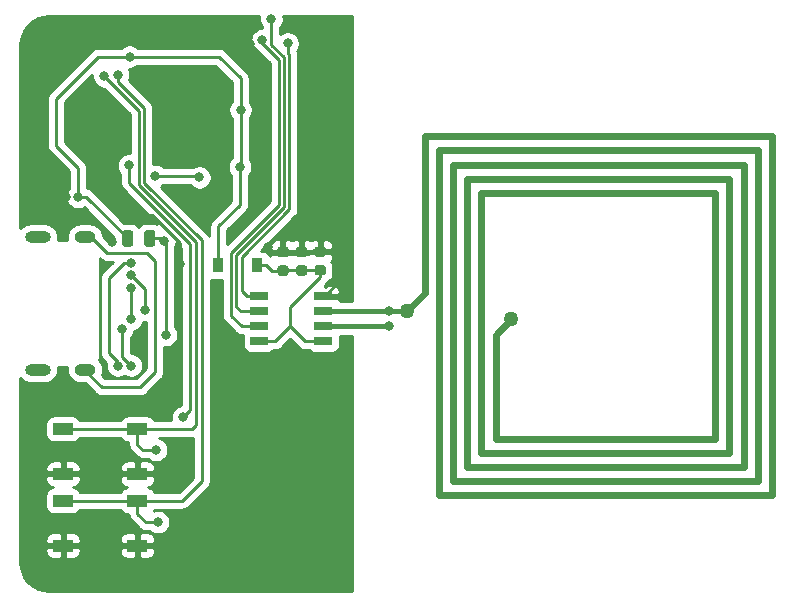
<source format=gbr>
%TF.GenerationSoftware,KiCad,Pcbnew,(5.1.6)-1*%
%TF.CreationDate,2020-05-31T03:06:51+03:00*%
%TF.ProjectId,Project,50726f6a-6563-4742-9e6b-696361645f70,rev?*%
%TF.SameCoordinates,Original*%
%TF.FileFunction,Copper,L1,Top*%
%TF.FilePolarity,Positive*%
%FSLAX46Y46*%
G04 Gerber Fmt 4.6, Leading zero omitted, Abs format (unit mm)*
G04 Created by KiCad (PCBNEW (5.1.6)-1) date 2020-05-31 03:06:51*
%MOMM*%
%LPD*%
G01*
G04 APERTURE LIST*
%TA.AperFunction,SMDPad,CuDef*%
%ADD10R,0.900000X1.200000*%
%TD*%
%TA.AperFunction,SMDPad,CuDef*%
%ADD11R,1.525000X0.650000*%
%TD*%
%TA.AperFunction,SMDPad,CuDef*%
%ADD12R,1.700000X1.000000*%
%TD*%
%TA.AperFunction,ComponentPad*%
%ADD13O,1.800000X1.000000*%
%TD*%
%TA.AperFunction,ComponentPad*%
%ADD14O,2.200000X1.000000*%
%TD*%
%TA.AperFunction,ViaPad*%
%ADD15C,0.800000*%
%TD*%
%TA.AperFunction,ViaPad*%
%ADD16C,1.270000*%
%TD*%
%TA.AperFunction,ViaPad*%
%ADD17C,0.400000*%
%TD*%
%TA.AperFunction,Conductor*%
%ADD18C,0.250000*%
%TD*%
%TA.AperFunction,Conductor*%
%ADD19C,0.600000*%
%TD*%
%TA.AperFunction,Conductor*%
%ADD20C,0.400000*%
%TD*%
%TA.AperFunction,Conductor*%
%ADD21C,0.254000*%
%TD*%
G04 APERTURE END LIST*
D10*
%TO.P,D9,1*%
%TO.N,Net-(C7-Pad1)*%
X83336400Y-86004400D03*
%TO.P,D9,2*%
%TO.N,+5V*%
X80036400Y-86004400D03*
%TD*%
D11*
%TO.P,IC1,1*%
%TO.N,Net-(C7-Pad1)*%
X88919600Y-92430600D03*
%TO.P,IC1,2*%
%TO.N,Net-(AE1-Pad2)*%
X88919600Y-91160600D03*
%TO.P,IC1,3*%
X88919600Y-89890600D03*
%TO.P,IC1,4*%
%TO.N,GND*%
X88919600Y-88620600D03*
%TO.P,IC1,5*%
%TO.N,SDA*%
X83495600Y-88620600D03*
%TO.P,IC1,6*%
%TO.N,SCL*%
X83495600Y-89890600D03*
%TO.P,IC1,7*%
%TO.N,BUSY*%
X83495600Y-91160600D03*
%TO.P,IC1,8*%
%TO.N,Net-(C7-Pad1)*%
X83495600Y-92430600D03*
%TD*%
%TO.P,F1,1*%
%TO.N,VCC*%
%TA.AperFunction,SMDPad,CuDef*%
G36*
G01*
X74704000Y-83262150D02*
X74704000Y-84174650D01*
G75*
G02*
X74460250Y-84418400I-243750J0D01*
G01*
X73972750Y-84418400D01*
G75*
G02*
X73729000Y-84174650I0J243750D01*
G01*
X73729000Y-83262150D01*
G75*
G02*
X73972750Y-83018400I243750J0D01*
G01*
X74460250Y-83018400D01*
G75*
G02*
X74704000Y-83262150I0J-243750D01*
G01*
G37*
%TD.AperFunction*%
%TO.P,F1,2*%
%TO.N,+5V*%
%TA.AperFunction,SMDPad,CuDef*%
G36*
G01*
X72829000Y-83262150D02*
X72829000Y-84174650D01*
G75*
G02*
X72585250Y-84418400I-243750J0D01*
G01*
X72097750Y-84418400D01*
G75*
G02*
X71854000Y-84174650I0J243750D01*
G01*
X71854000Y-83262150D01*
G75*
G02*
X72097750Y-83018400I243750J0D01*
G01*
X72585250Y-83018400D01*
G75*
G02*
X72829000Y-83262150I0J-243750D01*
G01*
G37*
%TD.AperFunction*%
%TD*%
D12*
%TO.P,SW2,1*%
%TO.N,Net-(C10-Pad1)*%
X66877800Y-99852400D03*
X73177800Y-99852400D03*
%TO.P,SW2,2*%
%TO.N,GND*%
X66877800Y-103652400D03*
X73177800Y-103652400D03*
%TD*%
%TO.P,SW3,2*%
%TO.N,GND*%
X73177800Y-109723000D03*
X66877800Y-109723000D03*
%TO.P,SW3,1*%
%TO.N,Net-(C11-Pad1)*%
X73177800Y-105923000D03*
X66877800Y-105923000D03*
%TD*%
D13*
%TO.P,USB1,13*%
%TO.N,Net-(UR5-Pad1)*%
X68744600Y-94831400D03*
X68744600Y-83591400D03*
D14*
X64744600Y-94831400D03*
X64744600Y-83591400D03*
%TD*%
%TO.P,C7,2*%
%TO.N,GND*%
%TA.AperFunction,SMDPad,CuDef*%
G36*
G01*
X85757730Y-85308960D02*
X85245230Y-85308960D01*
G75*
G02*
X85026480Y-85090210I0J218750D01*
G01*
X85026480Y-84652710D01*
G75*
G02*
X85245230Y-84433960I218750J0D01*
G01*
X85757730Y-84433960D01*
G75*
G02*
X85976480Y-84652710I0J-218750D01*
G01*
X85976480Y-85090210D01*
G75*
G02*
X85757730Y-85308960I-218750J0D01*
G01*
G37*
%TD.AperFunction*%
%TO.P,C7,1*%
%TO.N,Net-(C7-Pad1)*%
%TA.AperFunction,SMDPad,CuDef*%
G36*
G01*
X85757730Y-86883960D02*
X85245230Y-86883960D01*
G75*
G02*
X85026480Y-86665210I0J218750D01*
G01*
X85026480Y-86227710D01*
G75*
G02*
X85245230Y-86008960I218750J0D01*
G01*
X85757730Y-86008960D01*
G75*
G02*
X85976480Y-86227710I0J-218750D01*
G01*
X85976480Y-86665210D01*
G75*
G02*
X85757730Y-86883960I-218750J0D01*
G01*
G37*
%TD.AperFunction*%
%TD*%
%TO.P,C8,1*%
%TO.N,Net-(C7-Pad1)*%
%TA.AperFunction,SMDPad,CuDef*%
G36*
G01*
X87332530Y-86883960D02*
X86820030Y-86883960D01*
G75*
G02*
X86601280Y-86665210I0J218750D01*
G01*
X86601280Y-86227710D01*
G75*
G02*
X86820030Y-86008960I218750J0D01*
G01*
X87332530Y-86008960D01*
G75*
G02*
X87551280Y-86227710I0J-218750D01*
G01*
X87551280Y-86665210D01*
G75*
G02*
X87332530Y-86883960I-218750J0D01*
G01*
G37*
%TD.AperFunction*%
%TO.P,C8,2*%
%TO.N,GND*%
%TA.AperFunction,SMDPad,CuDef*%
G36*
G01*
X87332530Y-85308960D02*
X86820030Y-85308960D01*
G75*
G02*
X86601280Y-85090210I0J218750D01*
G01*
X86601280Y-84652710D01*
G75*
G02*
X86820030Y-84433960I218750J0D01*
G01*
X87332530Y-84433960D01*
G75*
G02*
X87551280Y-84652710I0J-218750D01*
G01*
X87551280Y-85090210D01*
G75*
G02*
X87332530Y-85308960I-218750J0D01*
G01*
G37*
%TD.AperFunction*%
%TD*%
%TO.P,C9,2*%
%TO.N,GND*%
%TA.AperFunction,SMDPad,CuDef*%
G36*
G01*
X88907330Y-85283660D02*
X88394830Y-85283660D01*
G75*
G02*
X88176080Y-85064910I0J218750D01*
G01*
X88176080Y-84627410D01*
G75*
G02*
X88394830Y-84408660I218750J0D01*
G01*
X88907330Y-84408660D01*
G75*
G02*
X89126080Y-84627410I0J-218750D01*
G01*
X89126080Y-85064910D01*
G75*
G02*
X88907330Y-85283660I-218750J0D01*
G01*
G37*
%TD.AperFunction*%
%TO.P,C9,1*%
%TO.N,Net-(C7-Pad1)*%
%TA.AperFunction,SMDPad,CuDef*%
G36*
G01*
X88907330Y-86858660D02*
X88394830Y-86858660D01*
G75*
G02*
X88176080Y-86639910I0J218750D01*
G01*
X88176080Y-86202410D01*
G75*
G02*
X88394830Y-85983660I218750J0D01*
G01*
X88907330Y-85983660D01*
G75*
G02*
X89126080Y-86202410I0J-218750D01*
G01*
X89126080Y-86639910D01*
G75*
G02*
X88907330Y-86858660I-218750J0D01*
G01*
G37*
%TD.AperFunction*%
%TD*%
D15*
%TO.N,+5V*%
X74676000Y-78422500D03*
X78422500Y-78549500D03*
X68135500Y-80200500D03*
X72517000Y-68326000D03*
X81915000Y-72834500D03*
X81851500Y-77660500D03*
%TO.N,GND*%
X75387200Y-74447400D03*
X76708000Y-74472800D03*
X75412600Y-73152000D03*
X76708000Y-73126600D03*
X70993000Y-84010500D03*
X67135497Y-80200500D03*
X72517000Y-66802000D03*
X82677000Y-67246500D03*
X84137500Y-77787500D03*
X80721200Y-72186800D03*
X80467200Y-70307200D03*
X72212200Y-81711800D03*
X76809600Y-85852000D03*
X80746600Y-109728000D03*
X84231480Y-84416900D03*
X75946000Y-93472000D03*
X73533000Y-93472000D03*
%TO.N,Net-(C10-Pad1)*%
X70383400Y-70002400D03*
X74752200Y-101625400D03*
%TO.N,Net-(C11-Pad1)*%
X71526400Y-69850000D03*
X74904600Y-107746800D03*
%TO.N,VCC*%
X75590400Y-91897200D03*
X75412600Y-83972400D03*
D16*
%TO.N,Net-(AE1-Pad2)*%
X96005420Y-89865680D03*
X104805420Y-90565680D03*
D17*
X94505420Y-89865680D03*
X94505420Y-91165680D03*
D15*
X94505420Y-91165680D03*
X94505420Y-89865680D03*
%TO.N,SDA*%
X85902800Y-67208400D03*
%TO.N,SCL*%
X84516390Y-65145490D03*
%TO.N,BUSY*%
X83750277Y-66934186D03*
%TO.N,RST*%
X72453500Y-77533500D03*
X77025500Y-98869500D03*
%TO.N,Net-(U1-Pad3)*%
X73787000Y-89789000D03*
X72593200Y-86817198D03*
%TO.N,Net-(U1-Pad2)*%
X72644000Y-90551000D03*
X72618600Y-87918720D03*
%TO.N,Net-(UR3-Pad1)*%
X71882000Y-91389200D03*
X72644000Y-94488000D03*
%TO.N,Net-(UR4-Pad1)*%
X71526400Y-94488000D03*
X72593200Y-85815000D03*
%TD*%
D18*
%TO.N,+5V*%
X74676000Y-78422500D02*
X78295500Y-78422500D01*
X78295500Y-78422500D02*
X78422500Y-78549500D01*
X68135500Y-80200500D02*
X68135500Y-77724000D01*
X68135500Y-77724000D02*
X66294000Y-75882500D01*
X66294000Y-75882500D02*
X66294000Y-71882000D01*
X66294000Y-71882000D02*
X69850000Y-68326000D01*
X69850000Y-68326000D02*
X72517000Y-68326000D01*
X72517000Y-68326000D02*
X80073500Y-68326000D01*
X80073500Y-68326000D02*
X81915000Y-70167500D01*
X81915000Y-70167500D02*
X81915000Y-72834500D01*
X81915000Y-72834500D02*
X81915000Y-77597000D01*
X81915000Y-77597000D02*
X81851500Y-77660500D01*
X68823600Y-80200500D02*
X68135500Y-80200500D01*
X72341500Y-83718400D02*
X68823600Y-80200500D01*
X81851500Y-77660500D02*
X81851500Y-80886300D01*
X80036400Y-82701400D02*
X80036400Y-86004400D01*
X81851500Y-80886300D02*
X80036400Y-82701400D01*
%TO.N,GND*%
X67135497Y-80200500D02*
X67135497Y-78120997D01*
X67135497Y-78120997D02*
X65278000Y-76263500D01*
X65278000Y-76263500D02*
X65278000Y-71310500D01*
X65278000Y-71310500D02*
X69786500Y-66802000D01*
X69786500Y-66802000D02*
X72517000Y-66802000D01*
X72517000Y-66802000D02*
X82232500Y-66802000D01*
X82232500Y-66802000D02*
X82677000Y-67246500D01*
X82677000Y-67246500D02*
X84074000Y-68643500D01*
X84074000Y-68643500D02*
X84074000Y-77724000D01*
X84074000Y-77724000D02*
X84137500Y-77787500D01*
X80721200Y-72186800D02*
X80721200Y-70561200D01*
X80721200Y-70561200D02*
X80467200Y-70307200D01*
X72212200Y-81711800D02*
X72034400Y-81711800D01*
X76809600Y-84124800D02*
X76809600Y-84074000D01*
X76809600Y-85852000D02*
X76809600Y-84124800D01*
X74447400Y-81711800D02*
X72212200Y-81711800D01*
X76809600Y-84074000D02*
X74447400Y-81711800D01*
X66877800Y-103652400D02*
X65511600Y-103652400D01*
X65511600Y-103652400D02*
X64998600Y-104165400D01*
X64998600Y-104165400D02*
X64998600Y-109296200D01*
X65425400Y-109723000D02*
X66877800Y-109723000D01*
X64998600Y-109296200D02*
X65425400Y-109723000D01*
X66877800Y-109723000D02*
X73177800Y-109723000D01*
X66877800Y-103652400D02*
X73177800Y-103652400D01*
X73177800Y-109723000D02*
X80741600Y-109723000D01*
X80741600Y-109723000D02*
X80746600Y-109728000D01*
X88676480Y-84820760D02*
X88651080Y-84846160D01*
X85526780Y-84846160D02*
X85501480Y-84871460D01*
X88651080Y-84846160D02*
X85526780Y-84846160D01*
X88919600Y-88620600D02*
X89009220Y-88620600D01*
X89009220Y-88620600D02*
X90233500Y-87396320D01*
X90233500Y-87396320D02*
X90233500Y-85095080D01*
X89984580Y-84846160D02*
X88651080Y-84846160D01*
X90233500Y-85095080D02*
X89984580Y-84846160D01*
X85501480Y-84871460D02*
X84686040Y-84871460D01*
X84686040Y-84871460D02*
X84231480Y-84416900D01*
%TO.N,Net-(C7-Pad1)*%
X85526780Y-86421160D02*
X85501480Y-86446460D01*
X88651080Y-86421160D02*
X85526780Y-86421160D01*
X88919600Y-92430600D02*
X87360760Y-92430600D01*
X87360760Y-92430600D02*
X86106000Y-91175840D01*
X84851240Y-92430600D02*
X86106000Y-91175840D01*
X84518500Y-92430600D02*
X84851240Y-92430600D01*
X84518500Y-92430600D02*
X83495600Y-92430600D01*
X83336400Y-86004400D02*
X83632040Y-86004400D01*
X83336400Y-86004400D02*
X84099400Y-86004400D01*
X84541460Y-86446460D02*
X85501480Y-86446460D01*
X84099400Y-86004400D02*
X84541460Y-86446460D01*
X86106000Y-89535000D02*
X86106000Y-91175840D01*
X88651080Y-86421160D02*
X88651080Y-86989920D01*
X88651080Y-86989920D02*
X86106000Y-89535000D01*
%TO.N,Net-(C10-Pad1)*%
X73177800Y-99852400D02*
X66877800Y-99852400D01*
X78130400Y-99491800D02*
X78130400Y-84175600D01*
X73177800Y-99852400D02*
X77769800Y-99852400D01*
X77769800Y-99852400D02*
X78130400Y-99491800D01*
X73177800Y-99852400D02*
X73177800Y-101194000D01*
X73177800Y-101194000D02*
X73609200Y-101625400D01*
X73609200Y-101625400D02*
X74752200Y-101625400D01*
X78110510Y-84175600D02*
X78110509Y-84027299D01*
X78130400Y-84175600D02*
X78110510Y-84175600D01*
X78110509Y-84027299D02*
X73279000Y-79195790D01*
X73279000Y-72898000D02*
X72136000Y-71755000D01*
X73279000Y-79195790D02*
X73279000Y-72898000D01*
X72136000Y-71755000D02*
X70383400Y-70002400D01*
%TO.N,Net-(C11-Pad1)*%
X66877800Y-105923000D02*
X73177800Y-105923000D01*
X73177800Y-105923000D02*
X73177800Y-107036000D01*
X73177800Y-107036000D02*
X73888600Y-107746800D01*
X73888600Y-107746800D02*
X74904600Y-107746800D01*
X71526400Y-70485000D02*
X71526400Y-69850000D01*
X73177800Y-105923000D02*
X76992400Y-105923000D01*
X73729010Y-79009390D02*
X73729010Y-72687610D01*
X78613000Y-104302400D02*
X78613000Y-83893380D01*
X73729010Y-72687610D02*
X71526400Y-70485000D01*
X76992400Y-105923000D02*
X78613000Y-104302400D01*
X78613000Y-83893380D02*
X73729010Y-79009390D01*
%TO.N,VCC*%
X75590400Y-91897200D02*
X75590400Y-84150200D01*
X75158600Y-83718400D02*
X75412600Y-83972400D01*
X74216500Y-83718400D02*
X75158600Y-83718400D01*
X75590400Y-84150200D02*
X75412600Y-83972400D01*
D19*
%TO.N,Net-(AE1-Pad2)*%
X122105420Y-100665680D02*
X122105420Y-79865680D01*
X122105420Y-79865680D02*
X102305420Y-79865680D01*
X102305420Y-101865680D02*
X102305420Y-79865680D01*
X123305420Y-101865680D02*
X123305420Y-78665680D01*
X123305420Y-78665680D02*
X101105420Y-78665680D01*
X101105420Y-103065680D02*
X101105420Y-78665680D01*
X124505420Y-103065680D02*
X124505420Y-77465680D01*
X124505420Y-77465680D02*
X99905420Y-77465680D01*
X99905420Y-104265680D02*
X99905420Y-77465680D01*
X125705420Y-104265680D02*
X125705420Y-76265680D01*
X125705420Y-76265680D02*
X98705420Y-76265680D01*
X98705420Y-105465680D02*
X98705420Y-76265680D01*
X126905420Y-105465680D02*
X126905420Y-75065680D01*
X126905420Y-75065680D02*
X97505420Y-75065680D01*
X97505420Y-88365680D02*
X97505420Y-75065680D01*
X126905420Y-105465680D02*
X98705420Y-105465680D01*
X125705420Y-104265680D02*
X99905420Y-104265680D01*
X124505420Y-103065680D02*
X101105420Y-103065680D01*
X123305420Y-101865680D02*
X102305420Y-101865680D01*
X122105420Y-100665680D02*
X103505420Y-100665680D01*
X103505420Y-100665680D02*
X103505420Y-91865680D01*
X103505420Y-91865680D02*
X104805420Y-90565680D01*
X96005420Y-89865680D02*
X97505420Y-88365680D01*
D20*
X94505420Y-91165680D02*
X91855420Y-91165680D01*
X94505420Y-89865680D02*
X91755420Y-89865680D01*
X91755420Y-89865680D02*
X88874600Y-89865680D01*
X91855420Y-91165680D02*
X88925400Y-91165680D01*
X94505420Y-89865680D02*
X96005420Y-89865680D01*
D18*
%TO.N,SDA*%
X86048008Y-68179108D02*
X85902800Y-68033900D01*
X82466180Y-88620600D02*
X82007300Y-88161720D01*
X85902800Y-68033900D02*
X85902800Y-67208400D01*
X82007300Y-88161720D02*
X82007300Y-85302780D01*
X83495600Y-88620600D02*
X82466180Y-88620600D01*
X82007300Y-85302780D02*
X86048008Y-81262070D01*
X86048008Y-81262070D02*
X86048008Y-68179108D01*
%TO.N,SCL*%
X84516390Y-65145490D02*
X84516390Y-67306480D01*
X84516390Y-67306480D02*
X85598000Y-68388090D01*
X85598000Y-68388090D02*
X85597999Y-81075671D01*
X85597999Y-81075671D02*
X81557290Y-85116380D01*
X81557290Y-85116380D02*
X81557290Y-89489710D01*
X81958180Y-89890600D02*
X83495600Y-89890600D01*
X81557290Y-89489710D02*
X81958180Y-89890600D01*
%TO.N,BUSY*%
X83750277Y-67176777D02*
X85147990Y-68574490D01*
X83750277Y-66934186D02*
X83750277Y-67176777D01*
X85147990Y-80152670D02*
X85147990Y-80889270D01*
X85147990Y-68574490D02*
X85147990Y-80152670D01*
X85147990Y-80889270D02*
X81107280Y-84929980D01*
X81107280Y-84929980D02*
X81107280Y-90266520D01*
X82001360Y-91160600D02*
X83495600Y-91160600D01*
X81107280Y-90266520D02*
X82001360Y-91160600D01*
%TO.N,RST*%
X77660500Y-98234500D02*
X77025500Y-98869500D01*
X77660500Y-84213700D02*
X77660500Y-98234500D01*
X72453500Y-77533500D02*
X72453500Y-79006700D01*
X72453500Y-79006700D02*
X77660500Y-84213700D01*
%TO.N,Net-(U1-Pad3)*%
X73787000Y-89789000D02*
X73787000Y-88010998D01*
X73787000Y-88010998D02*
X72593200Y-86817198D01*
%TO.N,Net-(U1-Pad2)*%
X72644000Y-87944120D02*
X72618600Y-87918720D01*
X72644000Y-90551000D02*
X72644000Y-87944120D01*
%TO.N,Net-(UR3-Pad1)*%
X71882000Y-91389200D02*
X71882000Y-93726000D01*
X71882000Y-93726000D02*
X72644000Y-94488000D01*
%TO.N,Net-(UR4-Pad1)*%
X71526400Y-94183200D02*
X71526400Y-94488000D01*
X70764400Y-93421200D02*
X71526400Y-94183200D01*
X70764400Y-87078115D02*
X70764400Y-93421200D01*
X72593200Y-85815000D02*
X72027515Y-85815000D01*
X72027515Y-85815000D02*
X70764400Y-87078115D01*
%TO.N,Net-(UR5-Pad1)*%
X69240400Y-83591400D02*
X68744600Y-83591400D01*
X70586600Y-84937600D02*
X69240400Y-83591400D01*
X74015600Y-84937600D02*
X70586600Y-84937600D01*
X74676000Y-85598000D02*
X74015600Y-84937600D01*
X74676000Y-95046800D02*
X74676000Y-85598000D01*
X73406000Y-96316800D02*
X74676000Y-95046800D01*
X68744600Y-94831400D02*
X68744600Y-94906600D01*
X68744600Y-94906600D02*
X70154800Y-96316800D01*
X70154800Y-96316800D02*
X73406000Y-96316800D01*
%TD*%
D21*
%TO.N,GND*%
G36*
X76900500Y-84528502D02*
G01*
X76900501Y-97839087D01*
X76723602Y-97874274D01*
X76535244Y-97952295D01*
X76365726Y-98065563D01*
X76221563Y-98209726D01*
X76108295Y-98379244D01*
X76030274Y-98567602D01*
X75990500Y-98767561D01*
X75990500Y-98971439D01*
X76014560Y-99092400D01*
X74608846Y-99092400D01*
X74558337Y-98997906D01*
X74478985Y-98901215D01*
X74382294Y-98821863D01*
X74271980Y-98762898D01*
X74152282Y-98726588D01*
X74027800Y-98714328D01*
X72327800Y-98714328D01*
X72203318Y-98726588D01*
X72083620Y-98762898D01*
X71973306Y-98821863D01*
X71876615Y-98901215D01*
X71797263Y-98997906D01*
X71746754Y-99092400D01*
X68308846Y-99092400D01*
X68258337Y-98997906D01*
X68178985Y-98901215D01*
X68082294Y-98821863D01*
X67971980Y-98762898D01*
X67852282Y-98726588D01*
X67727800Y-98714328D01*
X66027800Y-98714328D01*
X65903318Y-98726588D01*
X65783620Y-98762898D01*
X65673306Y-98821863D01*
X65576615Y-98901215D01*
X65497263Y-98997906D01*
X65438298Y-99108220D01*
X65401988Y-99227918D01*
X65389728Y-99352400D01*
X65389728Y-100352400D01*
X65401988Y-100476882D01*
X65438298Y-100596580D01*
X65497263Y-100706894D01*
X65576615Y-100803585D01*
X65673306Y-100882937D01*
X65783620Y-100941902D01*
X65903318Y-100978212D01*
X66027800Y-100990472D01*
X67727800Y-100990472D01*
X67852282Y-100978212D01*
X67971980Y-100941902D01*
X68082294Y-100882937D01*
X68178985Y-100803585D01*
X68258337Y-100706894D01*
X68308846Y-100612400D01*
X71746754Y-100612400D01*
X71797263Y-100706894D01*
X71876615Y-100803585D01*
X71973306Y-100882937D01*
X72083620Y-100941902D01*
X72203318Y-100978212D01*
X72327800Y-100990472D01*
X72417801Y-100990472D01*
X72417801Y-101156668D01*
X72414124Y-101194000D01*
X72428798Y-101342985D01*
X72472254Y-101486246D01*
X72542826Y-101618276D01*
X72614001Y-101705002D01*
X72637800Y-101734001D01*
X72666798Y-101757799D01*
X73045396Y-102136397D01*
X73069199Y-102165401D01*
X73184924Y-102260374D01*
X73316953Y-102330946D01*
X73460214Y-102374403D01*
X73571867Y-102385400D01*
X73571875Y-102385400D01*
X73609200Y-102389076D01*
X73646525Y-102385400D01*
X74048489Y-102385400D01*
X74092426Y-102429337D01*
X74261944Y-102542605D01*
X74450302Y-102620626D01*
X74650261Y-102660400D01*
X74854139Y-102660400D01*
X75054098Y-102620626D01*
X75242456Y-102542605D01*
X75411974Y-102429337D01*
X75556137Y-102285174D01*
X75669405Y-102115656D01*
X75747426Y-101927298D01*
X75787200Y-101727339D01*
X75787200Y-101523461D01*
X75747426Y-101323502D01*
X75669405Y-101135144D01*
X75556137Y-100965626D01*
X75411974Y-100821463D01*
X75242456Y-100708195D01*
X75054098Y-100630174D01*
X74964741Y-100612400D01*
X77732478Y-100612400D01*
X77769800Y-100616076D01*
X77807122Y-100612400D01*
X77807133Y-100612400D01*
X77853000Y-100607882D01*
X77853000Y-103987597D01*
X76677599Y-105163000D01*
X74608846Y-105163000D01*
X74558337Y-105068506D01*
X74478985Y-104971815D01*
X74382294Y-104892463D01*
X74271980Y-104833498D01*
X74152282Y-104797188D01*
X74055946Y-104787700D01*
X74152282Y-104778212D01*
X74271980Y-104741902D01*
X74382294Y-104682937D01*
X74478985Y-104603585D01*
X74558337Y-104506894D01*
X74617302Y-104396580D01*
X74653612Y-104276882D01*
X74665872Y-104152400D01*
X74662800Y-103938150D01*
X74504050Y-103779400D01*
X73304800Y-103779400D01*
X73304800Y-103799400D01*
X73050800Y-103799400D01*
X73050800Y-103779400D01*
X71851550Y-103779400D01*
X71692800Y-103938150D01*
X71689728Y-104152400D01*
X71701988Y-104276882D01*
X71738298Y-104396580D01*
X71797263Y-104506894D01*
X71876615Y-104603585D01*
X71973306Y-104682937D01*
X72083620Y-104741902D01*
X72203318Y-104778212D01*
X72299654Y-104787700D01*
X72203318Y-104797188D01*
X72083620Y-104833498D01*
X71973306Y-104892463D01*
X71876615Y-104971815D01*
X71797263Y-105068506D01*
X71746754Y-105163000D01*
X68308846Y-105163000D01*
X68258337Y-105068506D01*
X68178985Y-104971815D01*
X68082294Y-104892463D01*
X67971980Y-104833498D01*
X67852282Y-104797188D01*
X67755946Y-104787700D01*
X67852282Y-104778212D01*
X67971980Y-104741902D01*
X68082294Y-104682937D01*
X68178985Y-104603585D01*
X68258337Y-104506894D01*
X68317302Y-104396580D01*
X68353612Y-104276882D01*
X68365872Y-104152400D01*
X68362800Y-103938150D01*
X68204050Y-103779400D01*
X67004800Y-103779400D01*
X67004800Y-103799400D01*
X66750800Y-103799400D01*
X66750800Y-103779400D01*
X65551550Y-103779400D01*
X65392800Y-103938150D01*
X65389728Y-104152400D01*
X65401988Y-104276882D01*
X65438298Y-104396580D01*
X65497263Y-104506894D01*
X65576615Y-104603585D01*
X65673306Y-104682937D01*
X65783620Y-104741902D01*
X65903318Y-104778212D01*
X65999654Y-104787700D01*
X65903318Y-104797188D01*
X65783620Y-104833498D01*
X65673306Y-104892463D01*
X65576615Y-104971815D01*
X65497263Y-105068506D01*
X65438298Y-105178820D01*
X65401988Y-105298518D01*
X65389728Y-105423000D01*
X65389728Y-106423000D01*
X65401988Y-106547482D01*
X65438298Y-106667180D01*
X65497263Y-106777494D01*
X65576615Y-106874185D01*
X65673306Y-106953537D01*
X65783620Y-107012502D01*
X65903318Y-107048812D01*
X66027800Y-107061072D01*
X67727800Y-107061072D01*
X67852282Y-107048812D01*
X67971980Y-107012502D01*
X68082294Y-106953537D01*
X68178985Y-106874185D01*
X68258337Y-106777494D01*
X68308846Y-106683000D01*
X71746754Y-106683000D01*
X71797263Y-106777494D01*
X71876615Y-106874185D01*
X71973306Y-106953537D01*
X72083620Y-107012502D01*
X72203318Y-107048812D01*
X72327800Y-107061072D01*
X72416593Y-107061072D01*
X72428798Y-107184985D01*
X72472254Y-107328246D01*
X72542826Y-107460276D01*
X72614001Y-107547002D01*
X72637800Y-107576001D01*
X72666798Y-107599799D01*
X73324801Y-108257802D01*
X73348599Y-108286801D01*
X73377597Y-108310599D01*
X73464323Y-108381774D01*
X73596353Y-108452346D01*
X73739614Y-108495803D01*
X73851267Y-108506800D01*
X73851277Y-108506800D01*
X73888599Y-108510476D01*
X73925922Y-108506800D01*
X74200889Y-108506800D01*
X74244826Y-108550737D01*
X74414344Y-108664005D01*
X74602702Y-108742026D01*
X74802661Y-108781800D01*
X75006539Y-108781800D01*
X75206498Y-108742026D01*
X75394856Y-108664005D01*
X75564374Y-108550737D01*
X75708537Y-108406574D01*
X75821805Y-108237056D01*
X75899826Y-108048698D01*
X75939600Y-107848739D01*
X75939600Y-107644861D01*
X75899826Y-107444902D01*
X75821805Y-107256544D01*
X75708537Y-107087026D01*
X75564374Y-106942863D01*
X75394856Y-106829595D01*
X75206498Y-106751574D01*
X75006539Y-106711800D01*
X74802661Y-106711800D01*
X74602702Y-106751574D01*
X74563516Y-106767806D01*
X74608846Y-106683000D01*
X76955078Y-106683000D01*
X76992400Y-106686676D01*
X77029722Y-106683000D01*
X77029733Y-106683000D01*
X77141386Y-106672003D01*
X77284647Y-106628546D01*
X77416676Y-106557974D01*
X77532401Y-106463001D01*
X77556203Y-106433998D01*
X79124009Y-104866194D01*
X79153001Y-104842401D01*
X79176795Y-104813408D01*
X79176799Y-104813404D01*
X79247973Y-104726677D01*
X79247974Y-104726676D01*
X79318546Y-104594647D01*
X79362003Y-104451386D01*
X79373000Y-104339733D01*
X79373000Y-104339724D01*
X79376676Y-104302401D01*
X79373000Y-104265078D01*
X79373000Y-87203239D01*
X79461918Y-87230212D01*
X79586400Y-87242472D01*
X80347280Y-87242472D01*
X80347281Y-90229188D01*
X80343604Y-90266520D01*
X80347281Y-90303853D01*
X80358278Y-90415506D01*
X80362857Y-90430601D01*
X80401734Y-90558766D01*
X80472306Y-90690796D01*
X80543481Y-90777522D01*
X80567280Y-90806521D01*
X80596278Y-90830319D01*
X81437561Y-91671603D01*
X81461359Y-91700601D01*
X81490357Y-91724399D01*
X81577083Y-91795574D01*
X81709113Y-91866146D01*
X81852374Y-91909603D01*
X81964027Y-91920600D01*
X81964036Y-91920600D01*
X82001359Y-91924276D01*
X82038682Y-91920600D01*
X82125646Y-91920600D01*
X82107288Y-91981118D01*
X82095028Y-92105600D01*
X82095028Y-92755600D01*
X82107288Y-92880082D01*
X82143598Y-92999780D01*
X82202563Y-93110094D01*
X82281915Y-93206785D01*
X82378606Y-93286137D01*
X82488920Y-93345102D01*
X82608618Y-93381412D01*
X82733100Y-93393672D01*
X84258100Y-93393672D01*
X84382582Y-93381412D01*
X84502280Y-93345102D01*
X84612594Y-93286137D01*
X84709285Y-93206785D01*
X84722568Y-93190600D01*
X84813918Y-93190600D01*
X84851240Y-93194276D01*
X84888562Y-93190600D01*
X84888573Y-93190600D01*
X85000226Y-93179603D01*
X85143487Y-93136146D01*
X85275516Y-93065574D01*
X85391241Y-92970601D01*
X85415044Y-92941597D01*
X86106000Y-92250642D01*
X86796961Y-92941603D01*
X86820759Y-92970601D01*
X86849757Y-92994399D01*
X86936484Y-93065574D01*
X87068513Y-93136146D01*
X87211774Y-93179603D01*
X87360760Y-93194277D01*
X87398093Y-93190600D01*
X87692632Y-93190600D01*
X87705915Y-93206785D01*
X87802606Y-93286137D01*
X87912920Y-93345102D01*
X88032618Y-93381412D01*
X88157100Y-93393672D01*
X89682100Y-93393672D01*
X89806582Y-93381412D01*
X89926280Y-93345102D01*
X90036594Y-93286137D01*
X90133285Y-93206785D01*
X90212637Y-93110094D01*
X90271602Y-92999780D01*
X90307912Y-92880082D01*
X90320172Y-92755600D01*
X90320172Y-92105600D01*
X90309839Y-92000680D01*
X91313000Y-92000680D01*
X91313000Y-113576500D01*
X65693923Y-113576500D01*
X65197914Y-113527866D01*
X64751844Y-113393189D01*
X64340435Y-113174439D01*
X63979345Y-112879942D01*
X63682335Y-112520918D01*
X63460716Y-112111043D01*
X63322928Y-111665922D01*
X63271000Y-111171863D01*
X63271000Y-110223000D01*
X65389728Y-110223000D01*
X65401988Y-110347482D01*
X65438298Y-110467180D01*
X65497263Y-110577494D01*
X65576615Y-110674185D01*
X65673306Y-110753537D01*
X65783620Y-110812502D01*
X65903318Y-110848812D01*
X66027800Y-110861072D01*
X66592050Y-110858000D01*
X66750800Y-110699250D01*
X66750800Y-109850000D01*
X67004800Y-109850000D01*
X67004800Y-110699250D01*
X67163550Y-110858000D01*
X67727800Y-110861072D01*
X67852282Y-110848812D01*
X67971980Y-110812502D01*
X68082294Y-110753537D01*
X68178985Y-110674185D01*
X68258337Y-110577494D01*
X68317302Y-110467180D01*
X68353612Y-110347482D01*
X68365872Y-110223000D01*
X71689728Y-110223000D01*
X71701988Y-110347482D01*
X71738298Y-110467180D01*
X71797263Y-110577494D01*
X71876615Y-110674185D01*
X71973306Y-110753537D01*
X72083620Y-110812502D01*
X72203318Y-110848812D01*
X72327800Y-110861072D01*
X72892050Y-110858000D01*
X73050800Y-110699250D01*
X73050800Y-109850000D01*
X73304800Y-109850000D01*
X73304800Y-110699250D01*
X73463550Y-110858000D01*
X74027800Y-110861072D01*
X74152282Y-110848812D01*
X74271980Y-110812502D01*
X74382294Y-110753537D01*
X74478985Y-110674185D01*
X74558337Y-110577494D01*
X74617302Y-110467180D01*
X74653612Y-110347482D01*
X74665872Y-110223000D01*
X74662800Y-110008750D01*
X74504050Y-109850000D01*
X73304800Y-109850000D01*
X73050800Y-109850000D01*
X71851550Y-109850000D01*
X71692800Y-110008750D01*
X71689728Y-110223000D01*
X68365872Y-110223000D01*
X68362800Y-110008750D01*
X68204050Y-109850000D01*
X67004800Y-109850000D01*
X66750800Y-109850000D01*
X65551550Y-109850000D01*
X65392800Y-110008750D01*
X65389728Y-110223000D01*
X63271000Y-110223000D01*
X63271000Y-109223000D01*
X65389728Y-109223000D01*
X65392800Y-109437250D01*
X65551550Y-109596000D01*
X66750800Y-109596000D01*
X66750800Y-108746750D01*
X67004800Y-108746750D01*
X67004800Y-109596000D01*
X68204050Y-109596000D01*
X68362800Y-109437250D01*
X68365872Y-109223000D01*
X71689728Y-109223000D01*
X71692800Y-109437250D01*
X71851550Y-109596000D01*
X73050800Y-109596000D01*
X73050800Y-108746750D01*
X73304800Y-108746750D01*
X73304800Y-109596000D01*
X74504050Y-109596000D01*
X74662800Y-109437250D01*
X74665872Y-109223000D01*
X74653612Y-109098518D01*
X74617302Y-108978820D01*
X74558337Y-108868506D01*
X74478985Y-108771815D01*
X74382294Y-108692463D01*
X74271980Y-108633498D01*
X74152282Y-108597188D01*
X74027800Y-108584928D01*
X73463550Y-108588000D01*
X73304800Y-108746750D01*
X73050800Y-108746750D01*
X72892050Y-108588000D01*
X72327800Y-108584928D01*
X72203318Y-108597188D01*
X72083620Y-108633498D01*
X71973306Y-108692463D01*
X71876615Y-108771815D01*
X71797263Y-108868506D01*
X71738298Y-108978820D01*
X71701988Y-109098518D01*
X71689728Y-109223000D01*
X68365872Y-109223000D01*
X68353612Y-109098518D01*
X68317302Y-108978820D01*
X68258337Y-108868506D01*
X68178985Y-108771815D01*
X68082294Y-108692463D01*
X67971980Y-108633498D01*
X67852282Y-108597188D01*
X67727800Y-108584928D01*
X67163550Y-108588000D01*
X67004800Y-108746750D01*
X66750800Y-108746750D01*
X66592050Y-108588000D01*
X66027800Y-108584928D01*
X65903318Y-108597188D01*
X65783620Y-108633498D01*
X65673306Y-108692463D01*
X65576615Y-108771815D01*
X65497263Y-108868506D01*
X65438298Y-108978820D01*
X65401988Y-109098518D01*
X65389728Y-109223000D01*
X63271000Y-109223000D01*
X63271000Y-103152400D01*
X65389728Y-103152400D01*
X65392800Y-103366650D01*
X65551550Y-103525400D01*
X66750800Y-103525400D01*
X66750800Y-102676150D01*
X67004800Y-102676150D01*
X67004800Y-103525400D01*
X68204050Y-103525400D01*
X68362800Y-103366650D01*
X68365872Y-103152400D01*
X71689728Y-103152400D01*
X71692800Y-103366650D01*
X71851550Y-103525400D01*
X73050800Y-103525400D01*
X73050800Y-102676150D01*
X73304800Y-102676150D01*
X73304800Y-103525400D01*
X74504050Y-103525400D01*
X74662800Y-103366650D01*
X74665872Y-103152400D01*
X74653612Y-103027918D01*
X74617302Y-102908220D01*
X74558337Y-102797906D01*
X74478985Y-102701215D01*
X74382294Y-102621863D01*
X74271980Y-102562898D01*
X74152282Y-102526588D01*
X74027800Y-102514328D01*
X73463550Y-102517400D01*
X73304800Y-102676150D01*
X73050800Y-102676150D01*
X72892050Y-102517400D01*
X72327800Y-102514328D01*
X72203318Y-102526588D01*
X72083620Y-102562898D01*
X71973306Y-102621863D01*
X71876615Y-102701215D01*
X71797263Y-102797906D01*
X71738298Y-102908220D01*
X71701988Y-103027918D01*
X71689728Y-103152400D01*
X68365872Y-103152400D01*
X68353612Y-103027918D01*
X68317302Y-102908220D01*
X68258337Y-102797906D01*
X68178985Y-102701215D01*
X68082294Y-102621863D01*
X67971980Y-102562898D01*
X67852282Y-102526588D01*
X67727800Y-102514328D01*
X67163550Y-102517400D01*
X67004800Y-102676150D01*
X66750800Y-102676150D01*
X66592050Y-102517400D01*
X66027800Y-102514328D01*
X65903318Y-102526588D01*
X65783620Y-102562898D01*
X65673306Y-102621863D01*
X65576615Y-102701215D01*
X65497263Y-102797906D01*
X65438298Y-102908220D01*
X65401988Y-103027918D01*
X65389728Y-103152400D01*
X63271000Y-103152400D01*
X63271000Y-95556025D01*
X63338151Y-95637849D01*
X63510977Y-95779684D01*
X63708153Y-95885076D01*
X63922101Y-95949977D01*
X64088848Y-95966400D01*
X65400352Y-95966400D01*
X65567099Y-95949977D01*
X65781047Y-95885076D01*
X65978223Y-95779684D01*
X66151049Y-95637849D01*
X66292884Y-95465023D01*
X66398276Y-95267847D01*
X66463177Y-95053899D01*
X66485091Y-94831400D01*
X66463177Y-94608901D01*
X66457201Y-94589200D01*
X67231999Y-94589200D01*
X67226023Y-94608901D01*
X67204109Y-94831400D01*
X67226023Y-95053899D01*
X67290924Y-95267847D01*
X67396316Y-95465023D01*
X67538151Y-95637849D01*
X67710977Y-95779684D01*
X67908153Y-95885076D01*
X68122101Y-95949977D01*
X68288848Y-95966400D01*
X68729599Y-95966400D01*
X69591001Y-96827803D01*
X69614799Y-96856801D01*
X69643797Y-96880599D01*
X69730523Y-96951774D01*
X69862553Y-97022346D01*
X70005814Y-97065803D01*
X70117467Y-97076800D01*
X70117477Y-97076800D01*
X70154800Y-97080476D01*
X70192123Y-97076800D01*
X73368678Y-97076800D01*
X73406000Y-97080476D01*
X73443322Y-97076800D01*
X73443333Y-97076800D01*
X73554986Y-97065803D01*
X73698247Y-97022346D01*
X73830276Y-96951774D01*
X73946001Y-96856801D01*
X73969804Y-96827797D01*
X75187004Y-95610598D01*
X75216001Y-95586801D01*
X75310974Y-95471076D01*
X75381546Y-95339047D01*
X75425003Y-95195786D01*
X75436000Y-95084133D01*
X75436000Y-95084124D01*
X75439676Y-95046801D01*
X75436000Y-95009478D01*
X75436000Y-92921765D01*
X75488461Y-92932200D01*
X75692339Y-92932200D01*
X75892298Y-92892426D01*
X76080656Y-92814405D01*
X76250174Y-92701137D01*
X76394337Y-92556974D01*
X76507605Y-92387456D01*
X76585626Y-92199098D01*
X76625400Y-91999139D01*
X76625400Y-91795261D01*
X76585626Y-91595302D01*
X76507605Y-91406944D01*
X76394337Y-91237426D01*
X76350400Y-91193489D01*
X76350400Y-84412936D01*
X76407826Y-84274298D01*
X76447390Y-84075392D01*
X76900500Y-84528502D01*
G37*
X76900500Y-84528502D02*
X76900501Y-97839087D01*
X76723602Y-97874274D01*
X76535244Y-97952295D01*
X76365726Y-98065563D01*
X76221563Y-98209726D01*
X76108295Y-98379244D01*
X76030274Y-98567602D01*
X75990500Y-98767561D01*
X75990500Y-98971439D01*
X76014560Y-99092400D01*
X74608846Y-99092400D01*
X74558337Y-98997906D01*
X74478985Y-98901215D01*
X74382294Y-98821863D01*
X74271980Y-98762898D01*
X74152282Y-98726588D01*
X74027800Y-98714328D01*
X72327800Y-98714328D01*
X72203318Y-98726588D01*
X72083620Y-98762898D01*
X71973306Y-98821863D01*
X71876615Y-98901215D01*
X71797263Y-98997906D01*
X71746754Y-99092400D01*
X68308846Y-99092400D01*
X68258337Y-98997906D01*
X68178985Y-98901215D01*
X68082294Y-98821863D01*
X67971980Y-98762898D01*
X67852282Y-98726588D01*
X67727800Y-98714328D01*
X66027800Y-98714328D01*
X65903318Y-98726588D01*
X65783620Y-98762898D01*
X65673306Y-98821863D01*
X65576615Y-98901215D01*
X65497263Y-98997906D01*
X65438298Y-99108220D01*
X65401988Y-99227918D01*
X65389728Y-99352400D01*
X65389728Y-100352400D01*
X65401988Y-100476882D01*
X65438298Y-100596580D01*
X65497263Y-100706894D01*
X65576615Y-100803585D01*
X65673306Y-100882937D01*
X65783620Y-100941902D01*
X65903318Y-100978212D01*
X66027800Y-100990472D01*
X67727800Y-100990472D01*
X67852282Y-100978212D01*
X67971980Y-100941902D01*
X68082294Y-100882937D01*
X68178985Y-100803585D01*
X68258337Y-100706894D01*
X68308846Y-100612400D01*
X71746754Y-100612400D01*
X71797263Y-100706894D01*
X71876615Y-100803585D01*
X71973306Y-100882937D01*
X72083620Y-100941902D01*
X72203318Y-100978212D01*
X72327800Y-100990472D01*
X72417801Y-100990472D01*
X72417801Y-101156668D01*
X72414124Y-101194000D01*
X72428798Y-101342985D01*
X72472254Y-101486246D01*
X72542826Y-101618276D01*
X72614001Y-101705002D01*
X72637800Y-101734001D01*
X72666798Y-101757799D01*
X73045396Y-102136397D01*
X73069199Y-102165401D01*
X73184924Y-102260374D01*
X73316953Y-102330946D01*
X73460214Y-102374403D01*
X73571867Y-102385400D01*
X73571875Y-102385400D01*
X73609200Y-102389076D01*
X73646525Y-102385400D01*
X74048489Y-102385400D01*
X74092426Y-102429337D01*
X74261944Y-102542605D01*
X74450302Y-102620626D01*
X74650261Y-102660400D01*
X74854139Y-102660400D01*
X75054098Y-102620626D01*
X75242456Y-102542605D01*
X75411974Y-102429337D01*
X75556137Y-102285174D01*
X75669405Y-102115656D01*
X75747426Y-101927298D01*
X75787200Y-101727339D01*
X75787200Y-101523461D01*
X75747426Y-101323502D01*
X75669405Y-101135144D01*
X75556137Y-100965626D01*
X75411974Y-100821463D01*
X75242456Y-100708195D01*
X75054098Y-100630174D01*
X74964741Y-100612400D01*
X77732478Y-100612400D01*
X77769800Y-100616076D01*
X77807122Y-100612400D01*
X77807133Y-100612400D01*
X77853000Y-100607882D01*
X77853000Y-103987597D01*
X76677599Y-105163000D01*
X74608846Y-105163000D01*
X74558337Y-105068506D01*
X74478985Y-104971815D01*
X74382294Y-104892463D01*
X74271980Y-104833498D01*
X74152282Y-104797188D01*
X74055946Y-104787700D01*
X74152282Y-104778212D01*
X74271980Y-104741902D01*
X74382294Y-104682937D01*
X74478985Y-104603585D01*
X74558337Y-104506894D01*
X74617302Y-104396580D01*
X74653612Y-104276882D01*
X74665872Y-104152400D01*
X74662800Y-103938150D01*
X74504050Y-103779400D01*
X73304800Y-103779400D01*
X73304800Y-103799400D01*
X73050800Y-103799400D01*
X73050800Y-103779400D01*
X71851550Y-103779400D01*
X71692800Y-103938150D01*
X71689728Y-104152400D01*
X71701988Y-104276882D01*
X71738298Y-104396580D01*
X71797263Y-104506894D01*
X71876615Y-104603585D01*
X71973306Y-104682937D01*
X72083620Y-104741902D01*
X72203318Y-104778212D01*
X72299654Y-104787700D01*
X72203318Y-104797188D01*
X72083620Y-104833498D01*
X71973306Y-104892463D01*
X71876615Y-104971815D01*
X71797263Y-105068506D01*
X71746754Y-105163000D01*
X68308846Y-105163000D01*
X68258337Y-105068506D01*
X68178985Y-104971815D01*
X68082294Y-104892463D01*
X67971980Y-104833498D01*
X67852282Y-104797188D01*
X67755946Y-104787700D01*
X67852282Y-104778212D01*
X67971980Y-104741902D01*
X68082294Y-104682937D01*
X68178985Y-104603585D01*
X68258337Y-104506894D01*
X68317302Y-104396580D01*
X68353612Y-104276882D01*
X68365872Y-104152400D01*
X68362800Y-103938150D01*
X68204050Y-103779400D01*
X67004800Y-103779400D01*
X67004800Y-103799400D01*
X66750800Y-103799400D01*
X66750800Y-103779400D01*
X65551550Y-103779400D01*
X65392800Y-103938150D01*
X65389728Y-104152400D01*
X65401988Y-104276882D01*
X65438298Y-104396580D01*
X65497263Y-104506894D01*
X65576615Y-104603585D01*
X65673306Y-104682937D01*
X65783620Y-104741902D01*
X65903318Y-104778212D01*
X65999654Y-104787700D01*
X65903318Y-104797188D01*
X65783620Y-104833498D01*
X65673306Y-104892463D01*
X65576615Y-104971815D01*
X65497263Y-105068506D01*
X65438298Y-105178820D01*
X65401988Y-105298518D01*
X65389728Y-105423000D01*
X65389728Y-106423000D01*
X65401988Y-106547482D01*
X65438298Y-106667180D01*
X65497263Y-106777494D01*
X65576615Y-106874185D01*
X65673306Y-106953537D01*
X65783620Y-107012502D01*
X65903318Y-107048812D01*
X66027800Y-107061072D01*
X67727800Y-107061072D01*
X67852282Y-107048812D01*
X67971980Y-107012502D01*
X68082294Y-106953537D01*
X68178985Y-106874185D01*
X68258337Y-106777494D01*
X68308846Y-106683000D01*
X71746754Y-106683000D01*
X71797263Y-106777494D01*
X71876615Y-106874185D01*
X71973306Y-106953537D01*
X72083620Y-107012502D01*
X72203318Y-107048812D01*
X72327800Y-107061072D01*
X72416593Y-107061072D01*
X72428798Y-107184985D01*
X72472254Y-107328246D01*
X72542826Y-107460276D01*
X72614001Y-107547002D01*
X72637800Y-107576001D01*
X72666798Y-107599799D01*
X73324801Y-108257802D01*
X73348599Y-108286801D01*
X73377597Y-108310599D01*
X73464323Y-108381774D01*
X73596353Y-108452346D01*
X73739614Y-108495803D01*
X73851267Y-108506800D01*
X73851277Y-108506800D01*
X73888599Y-108510476D01*
X73925922Y-108506800D01*
X74200889Y-108506800D01*
X74244826Y-108550737D01*
X74414344Y-108664005D01*
X74602702Y-108742026D01*
X74802661Y-108781800D01*
X75006539Y-108781800D01*
X75206498Y-108742026D01*
X75394856Y-108664005D01*
X75564374Y-108550737D01*
X75708537Y-108406574D01*
X75821805Y-108237056D01*
X75899826Y-108048698D01*
X75939600Y-107848739D01*
X75939600Y-107644861D01*
X75899826Y-107444902D01*
X75821805Y-107256544D01*
X75708537Y-107087026D01*
X75564374Y-106942863D01*
X75394856Y-106829595D01*
X75206498Y-106751574D01*
X75006539Y-106711800D01*
X74802661Y-106711800D01*
X74602702Y-106751574D01*
X74563516Y-106767806D01*
X74608846Y-106683000D01*
X76955078Y-106683000D01*
X76992400Y-106686676D01*
X77029722Y-106683000D01*
X77029733Y-106683000D01*
X77141386Y-106672003D01*
X77284647Y-106628546D01*
X77416676Y-106557974D01*
X77532401Y-106463001D01*
X77556203Y-106433998D01*
X79124009Y-104866194D01*
X79153001Y-104842401D01*
X79176795Y-104813408D01*
X79176799Y-104813404D01*
X79247973Y-104726677D01*
X79247974Y-104726676D01*
X79318546Y-104594647D01*
X79362003Y-104451386D01*
X79373000Y-104339733D01*
X79373000Y-104339724D01*
X79376676Y-104302401D01*
X79373000Y-104265078D01*
X79373000Y-87203239D01*
X79461918Y-87230212D01*
X79586400Y-87242472D01*
X80347280Y-87242472D01*
X80347281Y-90229188D01*
X80343604Y-90266520D01*
X80347281Y-90303853D01*
X80358278Y-90415506D01*
X80362857Y-90430601D01*
X80401734Y-90558766D01*
X80472306Y-90690796D01*
X80543481Y-90777522D01*
X80567280Y-90806521D01*
X80596278Y-90830319D01*
X81437561Y-91671603D01*
X81461359Y-91700601D01*
X81490357Y-91724399D01*
X81577083Y-91795574D01*
X81709113Y-91866146D01*
X81852374Y-91909603D01*
X81964027Y-91920600D01*
X81964036Y-91920600D01*
X82001359Y-91924276D01*
X82038682Y-91920600D01*
X82125646Y-91920600D01*
X82107288Y-91981118D01*
X82095028Y-92105600D01*
X82095028Y-92755600D01*
X82107288Y-92880082D01*
X82143598Y-92999780D01*
X82202563Y-93110094D01*
X82281915Y-93206785D01*
X82378606Y-93286137D01*
X82488920Y-93345102D01*
X82608618Y-93381412D01*
X82733100Y-93393672D01*
X84258100Y-93393672D01*
X84382582Y-93381412D01*
X84502280Y-93345102D01*
X84612594Y-93286137D01*
X84709285Y-93206785D01*
X84722568Y-93190600D01*
X84813918Y-93190600D01*
X84851240Y-93194276D01*
X84888562Y-93190600D01*
X84888573Y-93190600D01*
X85000226Y-93179603D01*
X85143487Y-93136146D01*
X85275516Y-93065574D01*
X85391241Y-92970601D01*
X85415044Y-92941597D01*
X86106000Y-92250642D01*
X86796961Y-92941603D01*
X86820759Y-92970601D01*
X86849757Y-92994399D01*
X86936484Y-93065574D01*
X87068513Y-93136146D01*
X87211774Y-93179603D01*
X87360760Y-93194277D01*
X87398093Y-93190600D01*
X87692632Y-93190600D01*
X87705915Y-93206785D01*
X87802606Y-93286137D01*
X87912920Y-93345102D01*
X88032618Y-93381412D01*
X88157100Y-93393672D01*
X89682100Y-93393672D01*
X89806582Y-93381412D01*
X89926280Y-93345102D01*
X90036594Y-93286137D01*
X90133285Y-93206785D01*
X90212637Y-93110094D01*
X90271602Y-92999780D01*
X90307912Y-92880082D01*
X90320172Y-92755600D01*
X90320172Y-92105600D01*
X90309839Y-92000680D01*
X91313000Y-92000680D01*
X91313000Y-113576500D01*
X65693923Y-113576500D01*
X65197914Y-113527866D01*
X64751844Y-113393189D01*
X64340435Y-113174439D01*
X63979345Y-112879942D01*
X63682335Y-112520918D01*
X63460716Y-112111043D01*
X63322928Y-111665922D01*
X63271000Y-111171863D01*
X63271000Y-110223000D01*
X65389728Y-110223000D01*
X65401988Y-110347482D01*
X65438298Y-110467180D01*
X65497263Y-110577494D01*
X65576615Y-110674185D01*
X65673306Y-110753537D01*
X65783620Y-110812502D01*
X65903318Y-110848812D01*
X66027800Y-110861072D01*
X66592050Y-110858000D01*
X66750800Y-110699250D01*
X66750800Y-109850000D01*
X67004800Y-109850000D01*
X67004800Y-110699250D01*
X67163550Y-110858000D01*
X67727800Y-110861072D01*
X67852282Y-110848812D01*
X67971980Y-110812502D01*
X68082294Y-110753537D01*
X68178985Y-110674185D01*
X68258337Y-110577494D01*
X68317302Y-110467180D01*
X68353612Y-110347482D01*
X68365872Y-110223000D01*
X71689728Y-110223000D01*
X71701988Y-110347482D01*
X71738298Y-110467180D01*
X71797263Y-110577494D01*
X71876615Y-110674185D01*
X71973306Y-110753537D01*
X72083620Y-110812502D01*
X72203318Y-110848812D01*
X72327800Y-110861072D01*
X72892050Y-110858000D01*
X73050800Y-110699250D01*
X73050800Y-109850000D01*
X73304800Y-109850000D01*
X73304800Y-110699250D01*
X73463550Y-110858000D01*
X74027800Y-110861072D01*
X74152282Y-110848812D01*
X74271980Y-110812502D01*
X74382294Y-110753537D01*
X74478985Y-110674185D01*
X74558337Y-110577494D01*
X74617302Y-110467180D01*
X74653612Y-110347482D01*
X74665872Y-110223000D01*
X74662800Y-110008750D01*
X74504050Y-109850000D01*
X73304800Y-109850000D01*
X73050800Y-109850000D01*
X71851550Y-109850000D01*
X71692800Y-110008750D01*
X71689728Y-110223000D01*
X68365872Y-110223000D01*
X68362800Y-110008750D01*
X68204050Y-109850000D01*
X67004800Y-109850000D01*
X66750800Y-109850000D01*
X65551550Y-109850000D01*
X65392800Y-110008750D01*
X65389728Y-110223000D01*
X63271000Y-110223000D01*
X63271000Y-109223000D01*
X65389728Y-109223000D01*
X65392800Y-109437250D01*
X65551550Y-109596000D01*
X66750800Y-109596000D01*
X66750800Y-108746750D01*
X67004800Y-108746750D01*
X67004800Y-109596000D01*
X68204050Y-109596000D01*
X68362800Y-109437250D01*
X68365872Y-109223000D01*
X71689728Y-109223000D01*
X71692800Y-109437250D01*
X71851550Y-109596000D01*
X73050800Y-109596000D01*
X73050800Y-108746750D01*
X73304800Y-108746750D01*
X73304800Y-109596000D01*
X74504050Y-109596000D01*
X74662800Y-109437250D01*
X74665872Y-109223000D01*
X74653612Y-109098518D01*
X74617302Y-108978820D01*
X74558337Y-108868506D01*
X74478985Y-108771815D01*
X74382294Y-108692463D01*
X74271980Y-108633498D01*
X74152282Y-108597188D01*
X74027800Y-108584928D01*
X73463550Y-108588000D01*
X73304800Y-108746750D01*
X73050800Y-108746750D01*
X72892050Y-108588000D01*
X72327800Y-108584928D01*
X72203318Y-108597188D01*
X72083620Y-108633498D01*
X71973306Y-108692463D01*
X71876615Y-108771815D01*
X71797263Y-108868506D01*
X71738298Y-108978820D01*
X71701988Y-109098518D01*
X71689728Y-109223000D01*
X68365872Y-109223000D01*
X68353612Y-109098518D01*
X68317302Y-108978820D01*
X68258337Y-108868506D01*
X68178985Y-108771815D01*
X68082294Y-108692463D01*
X67971980Y-108633498D01*
X67852282Y-108597188D01*
X67727800Y-108584928D01*
X67163550Y-108588000D01*
X67004800Y-108746750D01*
X66750800Y-108746750D01*
X66592050Y-108588000D01*
X66027800Y-108584928D01*
X65903318Y-108597188D01*
X65783620Y-108633498D01*
X65673306Y-108692463D01*
X65576615Y-108771815D01*
X65497263Y-108868506D01*
X65438298Y-108978820D01*
X65401988Y-109098518D01*
X65389728Y-109223000D01*
X63271000Y-109223000D01*
X63271000Y-103152400D01*
X65389728Y-103152400D01*
X65392800Y-103366650D01*
X65551550Y-103525400D01*
X66750800Y-103525400D01*
X66750800Y-102676150D01*
X67004800Y-102676150D01*
X67004800Y-103525400D01*
X68204050Y-103525400D01*
X68362800Y-103366650D01*
X68365872Y-103152400D01*
X71689728Y-103152400D01*
X71692800Y-103366650D01*
X71851550Y-103525400D01*
X73050800Y-103525400D01*
X73050800Y-102676150D01*
X73304800Y-102676150D01*
X73304800Y-103525400D01*
X74504050Y-103525400D01*
X74662800Y-103366650D01*
X74665872Y-103152400D01*
X74653612Y-103027918D01*
X74617302Y-102908220D01*
X74558337Y-102797906D01*
X74478985Y-102701215D01*
X74382294Y-102621863D01*
X74271980Y-102562898D01*
X74152282Y-102526588D01*
X74027800Y-102514328D01*
X73463550Y-102517400D01*
X73304800Y-102676150D01*
X73050800Y-102676150D01*
X72892050Y-102517400D01*
X72327800Y-102514328D01*
X72203318Y-102526588D01*
X72083620Y-102562898D01*
X71973306Y-102621863D01*
X71876615Y-102701215D01*
X71797263Y-102797906D01*
X71738298Y-102908220D01*
X71701988Y-103027918D01*
X71689728Y-103152400D01*
X68365872Y-103152400D01*
X68353612Y-103027918D01*
X68317302Y-102908220D01*
X68258337Y-102797906D01*
X68178985Y-102701215D01*
X68082294Y-102621863D01*
X67971980Y-102562898D01*
X67852282Y-102526588D01*
X67727800Y-102514328D01*
X67163550Y-102517400D01*
X67004800Y-102676150D01*
X66750800Y-102676150D01*
X66592050Y-102517400D01*
X66027800Y-102514328D01*
X65903318Y-102526588D01*
X65783620Y-102562898D01*
X65673306Y-102621863D01*
X65576615Y-102701215D01*
X65497263Y-102797906D01*
X65438298Y-102908220D01*
X65401988Y-103027918D01*
X65389728Y-103152400D01*
X63271000Y-103152400D01*
X63271000Y-95556025D01*
X63338151Y-95637849D01*
X63510977Y-95779684D01*
X63708153Y-95885076D01*
X63922101Y-95949977D01*
X64088848Y-95966400D01*
X65400352Y-95966400D01*
X65567099Y-95949977D01*
X65781047Y-95885076D01*
X65978223Y-95779684D01*
X66151049Y-95637849D01*
X66292884Y-95465023D01*
X66398276Y-95267847D01*
X66463177Y-95053899D01*
X66485091Y-94831400D01*
X66463177Y-94608901D01*
X66457201Y-94589200D01*
X67231999Y-94589200D01*
X67226023Y-94608901D01*
X67204109Y-94831400D01*
X67226023Y-95053899D01*
X67290924Y-95267847D01*
X67396316Y-95465023D01*
X67538151Y-95637849D01*
X67710977Y-95779684D01*
X67908153Y-95885076D01*
X68122101Y-95949977D01*
X68288848Y-95966400D01*
X68729599Y-95966400D01*
X69591001Y-96827803D01*
X69614799Y-96856801D01*
X69643797Y-96880599D01*
X69730523Y-96951774D01*
X69862553Y-97022346D01*
X70005814Y-97065803D01*
X70117467Y-97076800D01*
X70117477Y-97076800D01*
X70154800Y-97080476D01*
X70192123Y-97076800D01*
X73368678Y-97076800D01*
X73406000Y-97080476D01*
X73443322Y-97076800D01*
X73443333Y-97076800D01*
X73554986Y-97065803D01*
X73698247Y-97022346D01*
X73830276Y-96951774D01*
X73946001Y-96856801D01*
X73969804Y-96827797D01*
X75187004Y-95610598D01*
X75216001Y-95586801D01*
X75310974Y-95471076D01*
X75381546Y-95339047D01*
X75425003Y-95195786D01*
X75436000Y-95084133D01*
X75436000Y-95084124D01*
X75439676Y-95046801D01*
X75436000Y-95009478D01*
X75436000Y-92921765D01*
X75488461Y-92932200D01*
X75692339Y-92932200D01*
X75892298Y-92892426D01*
X76080656Y-92814405D01*
X76250174Y-92701137D01*
X76394337Y-92556974D01*
X76507605Y-92387456D01*
X76585626Y-92199098D01*
X76625400Y-91999139D01*
X76625400Y-91795261D01*
X76585626Y-91595302D01*
X76507605Y-91406944D01*
X76394337Y-91237426D01*
X76350400Y-91193489D01*
X76350400Y-84412936D01*
X76407826Y-84274298D01*
X76447390Y-84075392D01*
X76900500Y-84528502D01*
G36*
X70022800Y-85448602D02*
G01*
X70046599Y-85477601D01*
X70162324Y-85572574D01*
X70294353Y-85643146D01*
X70437614Y-85686603D01*
X70549267Y-85697600D01*
X70549276Y-85697600D01*
X70586599Y-85701276D01*
X70623922Y-85697600D01*
X71070113Y-85697600D01*
X70253403Y-86514311D01*
X70224399Y-86538114D01*
X70194128Y-86575000D01*
X70129426Y-86653839D01*
X70084063Y-86738707D01*
X70058854Y-86785869D01*
X70015397Y-86929130D01*
X70004400Y-87040783D01*
X70004400Y-87040793D01*
X70000724Y-87078115D01*
X70004400Y-87115438D01*
X70004401Y-93383868D01*
X70000724Y-93421200D01*
X70004401Y-93458533D01*
X70015398Y-93570186D01*
X70022407Y-93593291D01*
X70058854Y-93713446D01*
X70129426Y-93845476D01*
X70195131Y-93925537D01*
X70224400Y-93961201D01*
X70253398Y-93984999D01*
X70518453Y-94250055D01*
X70491400Y-94386061D01*
X70491400Y-94589939D01*
X70531174Y-94789898D01*
X70609195Y-94978256D01*
X70722463Y-95147774D01*
X70866626Y-95291937D01*
X71036144Y-95405205D01*
X71224502Y-95483226D01*
X71424461Y-95523000D01*
X71628339Y-95523000D01*
X71828298Y-95483226D01*
X72016656Y-95405205D01*
X72085200Y-95359405D01*
X72153744Y-95405205D01*
X72342102Y-95483226D01*
X72542061Y-95523000D01*
X72745939Y-95523000D01*
X72945898Y-95483226D01*
X73134256Y-95405205D01*
X73303774Y-95291937D01*
X73447937Y-95147774D01*
X73561205Y-94978256D01*
X73639226Y-94789898D01*
X73679000Y-94589939D01*
X73679000Y-94386061D01*
X73639226Y-94186102D01*
X73561205Y-93997744D01*
X73447937Y-93828226D01*
X73303774Y-93684063D01*
X73134256Y-93570795D01*
X72945898Y-93492774D01*
X72745939Y-93453000D01*
X72683801Y-93453000D01*
X72642000Y-93411199D01*
X72642000Y-92092911D01*
X72685937Y-92048974D01*
X72799205Y-91879456D01*
X72877226Y-91691098D01*
X72904401Y-91554480D01*
X72945898Y-91546226D01*
X73134256Y-91468205D01*
X73303774Y-91354937D01*
X73447937Y-91210774D01*
X73561205Y-91041256D01*
X73639226Y-90852898D01*
X73646500Y-90816330D01*
X73685061Y-90824000D01*
X73888939Y-90824000D01*
X73916000Y-90818617D01*
X73916000Y-94731998D01*
X73091199Y-95556800D01*
X70469602Y-95556800D01*
X70192136Y-95279334D01*
X70198276Y-95267847D01*
X70263177Y-95053899D01*
X70285091Y-94831400D01*
X70263177Y-94608901D01*
X70198276Y-94394953D01*
X70092884Y-94197777D01*
X69951049Y-94024951D01*
X69939901Y-94015802D01*
X69945528Y-93997165D01*
X69956952Y-93939470D01*
X69967050Y-93906183D01*
X69970328Y-93872897D01*
X69970549Y-93870797D01*
X69973451Y-93841196D01*
X69973451Y-93841192D01*
X69976600Y-93809219D01*
X69976600Y-85402402D01*
X70022800Y-85448602D01*
G37*
X70022800Y-85448602D02*
X70046599Y-85477601D01*
X70162324Y-85572574D01*
X70294353Y-85643146D01*
X70437614Y-85686603D01*
X70549267Y-85697600D01*
X70549276Y-85697600D01*
X70586599Y-85701276D01*
X70623922Y-85697600D01*
X71070113Y-85697600D01*
X70253403Y-86514311D01*
X70224399Y-86538114D01*
X70194128Y-86575000D01*
X70129426Y-86653839D01*
X70084063Y-86738707D01*
X70058854Y-86785869D01*
X70015397Y-86929130D01*
X70004400Y-87040783D01*
X70004400Y-87040793D01*
X70000724Y-87078115D01*
X70004400Y-87115438D01*
X70004401Y-93383868D01*
X70000724Y-93421200D01*
X70004401Y-93458533D01*
X70015398Y-93570186D01*
X70022407Y-93593291D01*
X70058854Y-93713446D01*
X70129426Y-93845476D01*
X70195131Y-93925537D01*
X70224400Y-93961201D01*
X70253398Y-93984999D01*
X70518453Y-94250055D01*
X70491400Y-94386061D01*
X70491400Y-94589939D01*
X70531174Y-94789898D01*
X70609195Y-94978256D01*
X70722463Y-95147774D01*
X70866626Y-95291937D01*
X71036144Y-95405205D01*
X71224502Y-95483226D01*
X71424461Y-95523000D01*
X71628339Y-95523000D01*
X71828298Y-95483226D01*
X72016656Y-95405205D01*
X72085200Y-95359405D01*
X72153744Y-95405205D01*
X72342102Y-95483226D01*
X72542061Y-95523000D01*
X72745939Y-95523000D01*
X72945898Y-95483226D01*
X73134256Y-95405205D01*
X73303774Y-95291937D01*
X73447937Y-95147774D01*
X73561205Y-94978256D01*
X73639226Y-94789898D01*
X73679000Y-94589939D01*
X73679000Y-94386061D01*
X73639226Y-94186102D01*
X73561205Y-93997744D01*
X73447937Y-93828226D01*
X73303774Y-93684063D01*
X73134256Y-93570795D01*
X72945898Y-93492774D01*
X72745939Y-93453000D01*
X72683801Y-93453000D01*
X72642000Y-93411199D01*
X72642000Y-92092911D01*
X72685937Y-92048974D01*
X72799205Y-91879456D01*
X72877226Y-91691098D01*
X72904401Y-91554480D01*
X72945898Y-91546226D01*
X73134256Y-91468205D01*
X73303774Y-91354937D01*
X73447937Y-91210774D01*
X73561205Y-91041256D01*
X73639226Y-90852898D01*
X73646500Y-90816330D01*
X73685061Y-90824000D01*
X73888939Y-90824000D01*
X73916000Y-90818617D01*
X73916000Y-94731998D01*
X73091199Y-95556800D01*
X70469602Y-95556800D01*
X70192136Y-95279334D01*
X70198276Y-95267847D01*
X70263177Y-95053899D01*
X70285091Y-94831400D01*
X70263177Y-94608901D01*
X70198276Y-94394953D01*
X70092884Y-94197777D01*
X69951049Y-94024951D01*
X69939901Y-94015802D01*
X69945528Y-93997165D01*
X69956952Y-93939470D01*
X69967050Y-93906183D01*
X69970328Y-93872897D01*
X69970549Y-93870797D01*
X69973451Y-93841196D01*
X69973451Y-93841192D01*
X69976600Y-93809219D01*
X69976600Y-85402402D01*
X70022800Y-85448602D01*
G36*
X91313000Y-64907378D02*
G01*
X91313000Y-89030680D01*
X90311793Y-89030680D01*
X90320172Y-88945600D01*
X90317100Y-88906350D01*
X90158350Y-88747600D01*
X89046600Y-88747600D01*
X89046600Y-88767600D01*
X88792600Y-88767600D01*
X88792600Y-88747600D01*
X88772600Y-88747600D01*
X88772600Y-88493600D01*
X88792600Y-88493600D01*
X88792600Y-88473600D01*
X89046600Y-88473600D01*
X89046600Y-88493600D01*
X90158350Y-88493600D01*
X90317100Y-88334850D01*
X90320172Y-88295600D01*
X90307912Y-88171118D01*
X90271602Y-88051420D01*
X90212637Y-87941106D01*
X90133285Y-87844415D01*
X90036594Y-87765063D01*
X89926280Y-87706098D01*
X89806582Y-87669788D01*
X89682100Y-87657528D01*
X89205350Y-87660600D01*
X89046602Y-87819348D01*
X89046602Y-87669200D01*
X89162083Y-87553719D01*
X89191081Y-87529921D01*
X89286054Y-87414196D01*
X89293430Y-87400397D01*
X89383355Y-87352331D01*
X89513195Y-87245775D01*
X89619751Y-87115935D01*
X89698930Y-86967802D01*
X89747688Y-86807068D01*
X89764152Y-86639910D01*
X89764152Y-86202410D01*
X89747688Y-86035252D01*
X89698930Y-85874518D01*
X89619751Y-85726385D01*
X89601980Y-85704730D01*
X89656617Y-85638154D01*
X89715582Y-85527840D01*
X89751892Y-85408142D01*
X89764152Y-85283660D01*
X89761080Y-85131910D01*
X89602330Y-84973160D01*
X88778080Y-84973160D01*
X88778080Y-84993160D01*
X88524080Y-84993160D01*
X88524080Y-84973160D01*
X87699830Y-84973160D01*
X87674530Y-84998460D01*
X87203280Y-84998460D01*
X87203280Y-85018460D01*
X86949280Y-85018460D01*
X86949280Y-84998460D01*
X85628480Y-84998460D01*
X85628480Y-85018460D01*
X85374480Y-85018460D01*
X85374480Y-84998460D01*
X84550230Y-84998460D01*
X84391480Y-85157210D01*
X84390448Y-85208173D01*
X84375902Y-85160220D01*
X84316937Y-85049906D01*
X84237585Y-84953215D01*
X84140894Y-84873863D01*
X84030580Y-84814898D01*
X83910882Y-84778588D01*
X83786400Y-84766328D01*
X83618553Y-84766328D01*
X83950920Y-84433960D01*
X84388408Y-84433960D01*
X84391480Y-84585710D01*
X84550230Y-84744460D01*
X85374480Y-84744460D01*
X85374480Y-83957710D01*
X85628480Y-83957710D01*
X85628480Y-84744460D01*
X86949280Y-84744460D01*
X86949280Y-83957710D01*
X87203280Y-83957710D01*
X87203280Y-84744460D01*
X88027530Y-84744460D01*
X88052830Y-84719160D01*
X88524080Y-84719160D01*
X88524080Y-83932410D01*
X88778080Y-83932410D01*
X88778080Y-84719160D01*
X89602330Y-84719160D01*
X89761080Y-84560410D01*
X89764152Y-84408660D01*
X89751892Y-84284178D01*
X89715582Y-84164480D01*
X89656617Y-84054166D01*
X89577265Y-83957475D01*
X89480574Y-83878123D01*
X89370260Y-83819158D01*
X89250562Y-83782848D01*
X89126080Y-83770588D01*
X88936830Y-83773660D01*
X88778080Y-83932410D01*
X88524080Y-83932410D01*
X88365330Y-83773660D01*
X88176080Y-83770588D01*
X88051598Y-83782848D01*
X87931900Y-83819158D01*
X87840014Y-83868273D01*
X87795460Y-83844458D01*
X87675762Y-83808148D01*
X87551280Y-83795888D01*
X87362030Y-83798960D01*
X87203280Y-83957710D01*
X86949280Y-83957710D01*
X86790530Y-83798960D01*
X86601280Y-83795888D01*
X86476798Y-83808148D01*
X86357100Y-83844458D01*
X86288880Y-83880923D01*
X86220660Y-83844458D01*
X86100962Y-83808148D01*
X85976480Y-83795888D01*
X85787230Y-83798960D01*
X85628480Y-83957710D01*
X85374480Y-83957710D01*
X85215730Y-83798960D01*
X85026480Y-83795888D01*
X84901998Y-83808148D01*
X84782300Y-83844458D01*
X84671986Y-83903423D01*
X84575295Y-83982775D01*
X84495943Y-84079466D01*
X84436978Y-84189780D01*
X84400668Y-84309478D01*
X84388408Y-84433960D01*
X83950920Y-84433960D01*
X86559012Y-81825868D01*
X86588009Y-81802071D01*
X86682982Y-81686346D01*
X86753554Y-81554317D01*
X86797011Y-81411056D01*
X86808008Y-81299403D01*
X86808008Y-81299394D01*
X86811684Y-81262071D01*
X86808008Y-81224748D01*
X86808008Y-68216430D01*
X86811684Y-68179107D01*
X86808008Y-68141785D01*
X86808008Y-68141775D01*
X86797011Y-68030122D01*
X86753554Y-67886861D01*
X86727198Y-67837552D01*
X86820005Y-67698656D01*
X86898026Y-67510298D01*
X86937800Y-67310339D01*
X86937800Y-67106461D01*
X86898026Y-66906502D01*
X86820005Y-66718144D01*
X86706737Y-66548626D01*
X86562574Y-66404463D01*
X86393056Y-66291195D01*
X86204698Y-66213174D01*
X86004739Y-66173400D01*
X85800861Y-66173400D01*
X85600902Y-66213174D01*
X85412544Y-66291195D01*
X85276390Y-66382170D01*
X85276390Y-65849201D01*
X85320327Y-65805264D01*
X85433595Y-65635746D01*
X85511616Y-65447388D01*
X85551390Y-65247429D01*
X85551390Y-65043551D01*
X85524271Y-64907215D01*
X91313000Y-64907378D01*
G37*
X91313000Y-64907378D02*
X91313000Y-89030680D01*
X90311793Y-89030680D01*
X90320172Y-88945600D01*
X90317100Y-88906350D01*
X90158350Y-88747600D01*
X89046600Y-88747600D01*
X89046600Y-88767600D01*
X88792600Y-88767600D01*
X88792600Y-88747600D01*
X88772600Y-88747600D01*
X88772600Y-88493600D01*
X88792600Y-88493600D01*
X88792600Y-88473600D01*
X89046600Y-88473600D01*
X89046600Y-88493600D01*
X90158350Y-88493600D01*
X90317100Y-88334850D01*
X90320172Y-88295600D01*
X90307912Y-88171118D01*
X90271602Y-88051420D01*
X90212637Y-87941106D01*
X90133285Y-87844415D01*
X90036594Y-87765063D01*
X89926280Y-87706098D01*
X89806582Y-87669788D01*
X89682100Y-87657528D01*
X89205350Y-87660600D01*
X89046602Y-87819348D01*
X89046602Y-87669200D01*
X89162083Y-87553719D01*
X89191081Y-87529921D01*
X89286054Y-87414196D01*
X89293430Y-87400397D01*
X89383355Y-87352331D01*
X89513195Y-87245775D01*
X89619751Y-87115935D01*
X89698930Y-86967802D01*
X89747688Y-86807068D01*
X89764152Y-86639910D01*
X89764152Y-86202410D01*
X89747688Y-86035252D01*
X89698930Y-85874518D01*
X89619751Y-85726385D01*
X89601980Y-85704730D01*
X89656617Y-85638154D01*
X89715582Y-85527840D01*
X89751892Y-85408142D01*
X89764152Y-85283660D01*
X89761080Y-85131910D01*
X89602330Y-84973160D01*
X88778080Y-84973160D01*
X88778080Y-84993160D01*
X88524080Y-84993160D01*
X88524080Y-84973160D01*
X87699830Y-84973160D01*
X87674530Y-84998460D01*
X87203280Y-84998460D01*
X87203280Y-85018460D01*
X86949280Y-85018460D01*
X86949280Y-84998460D01*
X85628480Y-84998460D01*
X85628480Y-85018460D01*
X85374480Y-85018460D01*
X85374480Y-84998460D01*
X84550230Y-84998460D01*
X84391480Y-85157210D01*
X84390448Y-85208173D01*
X84375902Y-85160220D01*
X84316937Y-85049906D01*
X84237585Y-84953215D01*
X84140894Y-84873863D01*
X84030580Y-84814898D01*
X83910882Y-84778588D01*
X83786400Y-84766328D01*
X83618553Y-84766328D01*
X83950920Y-84433960D01*
X84388408Y-84433960D01*
X84391480Y-84585710D01*
X84550230Y-84744460D01*
X85374480Y-84744460D01*
X85374480Y-83957710D01*
X85628480Y-83957710D01*
X85628480Y-84744460D01*
X86949280Y-84744460D01*
X86949280Y-83957710D01*
X87203280Y-83957710D01*
X87203280Y-84744460D01*
X88027530Y-84744460D01*
X88052830Y-84719160D01*
X88524080Y-84719160D01*
X88524080Y-83932410D01*
X88778080Y-83932410D01*
X88778080Y-84719160D01*
X89602330Y-84719160D01*
X89761080Y-84560410D01*
X89764152Y-84408660D01*
X89751892Y-84284178D01*
X89715582Y-84164480D01*
X89656617Y-84054166D01*
X89577265Y-83957475D01*
X89480574Y-83878123D01*
X89370260Y-83819158D01*
X89250562Y-83782848D01*
X89126080Y-83770588D01*
X88936830Y-83773660D01*
X88778080Y-83932410D01*
X88524080Y-83932410D01*
X88365330Y-83773660D01*
X88176080Y-83770588D01*
X88051598Y-83782848D01*
X87931900Y-83819158D01*
X87840014Y-83868273D01*
X87795460Y-83844458D01*
X87675762Y-83808148D01*
X87551280Y-83795888D01*
X87362030Y-83798960D01*
X87203280Y-83957710D01*
X86949280Y-83957710D01*
X86790530Y-83798960D01*
X86601280Y-83795888D01*
X86476798Y-83808148D01*
X86357100Y-83844458D01*
X86288880Y-83880923D01*
X86220660Y-83844458D01*
X86100962Y-83808148D01*
X85976480Y-83795888D01*
X85787230Y-83798960D01*
X85628480Y-83957710D01*
X85374480Y-83957710D01*
X85215730Y-83798960D01*
X85026480Y-83795888D01*
X84901998Y-83808148D01*
X84782300Y-83844458D01*
X84671986Y-83903423D01*
X84575295Y-83982775D01*
X84495943Y-84079466D01*
X84436978Y-84189780D01*
X84400668Y-84309478D01*
X84388408Y-84433960D01*
X83950920Y-84433960D01*
X86559012Y-81825868D01*
X86588009Y-81802071D01*
X86682982Y-81686346D01*
X86753554Y-81554317D01*
X86797011Y-81411056D01*
X86808008Y-81299403D01*
X86808008Y-81299394D01*
X86811684Y-81262071D01*
X86808008Y-81224748D01*
X86808008Y-68216430D01*
X86811684Y-68179107D01*
X86808008Y-68141785D01*
X86808008Y-68141775D01*
X86797011Y-68030122D01*
X86753554Y-67886861D01*
X86727198Y-67837552D01*
X86820005Y-67698656D01*
X86898026Y-67510298D01*
X86937800Y-67310339D01*
X86937800Y-67106461D01*
X86898026Y-66906502D01*
X86820005Y-66718144D01*
X86706737Y-66548626D01*
X86562574Y-66404463D01*
X86393056Y-66291195D01*
X86204698Y-66213174D01*
X86004739Y-66173400D01*
X85800861Y-66173400D01*
X85600902Y-66213174D01*
X85412544Y-66291195D01*
X85276390Y-66382170D01*
X85276390Y-65849201D01*
X85320327Y-65805264D01*
X85433595Y-65635746D01*
X85511616Y-65447388D01*
X85551390Y-65247429D01*
X85551390Y-65043551D01*
X85524271Y-64907215D01*
X91313000Y-64907378D01*
G36*
X83508520Y-64907158D02*
G01*
X83481390Y-65043551D01*
X83481390Y-65247429D01*
X83521164Y-65447388D01*
X83599185Y-65635746D01*
X83712453Y-65805264D01*
X83756390Y-65849201D01*
X83756390Y-65899186D01*
X83648338Y-65899186D01*
X83448379Y-65938960D01*
X83260021Y-66016981D01*
X83090503Y-66130249D01*
X82946340Y-66274412D01*
X82833072Y-66443930D01*
X82755051Y-66632288D01*
X82715277Y-66832247D01*
X82715277Y-67036125D01*
X82755051Y-67236084D01*
X82833072Y-67424442D01*
X82946340Y-67593960D01*
X83090503Y-67738123D01*
X83260021Y-67851391D01*
X83413779Y-67915080D01*
X84387990Y-68889292D01*
X84387991Y-80115328D01*
X84387990Y-80115338D01*
X84387990Y-80574468D01*
X80796400Y-84166059D01*
X80796400Y-83016201D01*
X82362503Y-81450099D01*
X82391501Y-81426301D01*
X82439415Y-81367918D01*
X82486474Y-81310577D01*
X82557046Y-81178547D01*
X82588252Y-81075672D01*
X82600503Y-81035286D01*
X82611500Y-80923633D01*
X82611500Y-80923624D01*
X82615176Y-80886301D01*
X82611500Y-80848978D01*
X82611500Y-78364211D01*
X82655437Y-78320274D01*
X82768705Y-78150756D01*
X82846726Y-77962398D01*
X82886500Y-77762439D01*
X82886500Y-77558561D01*
X82846726Y-77358602D01*
X82768705Y-77170244D01*
X82675000Y-77030004D01*
X82675000Y-73538211D01*
X82718937Y-73494274D01*
X82832205Y-73324756D01*
X82910226Y-73136398D01*
X82950000Y-72936439D01*
X82950000Y-72732561D01*
X82910226Y-72532602D01*
X82832205Y-72344244D01*
X82718937Y-72174726D01*
X82675000Y-72130789D01*
X82675000Y-70204822D01*
X82678676Y-70167499D01*
X82675000Y-70130176D01*
X82675000Y-70130167D01*
X82664003Y-70018514D01*
X82620546Y-69875253D01*
X82549974Y-69743224D01*
X82455001Y-69627499D01*
X82426004Y-69603702D01*
X80637304Y-67815003D01*
X80613501Y-67785999D01*
X80497776Y-67691026D01*
X80365747Y-67620454D01*
X80222486Y-67576997D01*
X80110833Y-67566000D01*
X80110822Y-67566000D01*
X80073500Y-67562324D01*
X80036178Y-67566000D01*
X73220711Y-67566000D01*
X73176774Y-67522063D01*
X73007256Y-67408795D01*
X72818898Y-67330774D01*
X72618939Y-67291000D01*
X72415061Y-67291000D01*
X72215102Y-67330774D01*
X72026744Y-67408795D01*
X71857226Y-67522063D01*
X71813289Y-67566000D01*
X69887322Y-67566000D01*
X69849999Y-67562324D01*
X69812676Y-67566000D01*
X69812667Y-67566000D01*
X69701014Y-67576997D01*
X69557753Y-67620454D01*
X69425724Y-67691026D01*
X69425722Y-67691027D01*
X69425723Y-67691027D01*
X69338996Y-67762201D01*
X69338992Y-67762205D01*
X69309999Y-67785999D01*
X69286205Y-67814992D01*
X65782998Y-71318201D01*
X65754000Y-71341999D01*
X65730202Y-71370997D01*
X65730201Y-71370998D01*
X65659026Y-71457724D01*
X65588454Y-71589754D01*
X65544998Y-71733015D01*
X65530324Y-71882000D01*
X65534001Y-71919332D01*
X65534000Y-75845177D01*
X65530324Y-75882500D01*
X65534000Y-75919822D01*
X65534000Y-75919832D01*
X65544997Y-76031485D01*
X65588454Y-76174746D01*
X65659026Y-76306776D01*
X65698871Y-76355326D01*
X65753999Y-76422501D01*
X65783003Y-76446304D01*
X67375501Y-78038803D01*
X67375500Y-79496789D01*
X67331563Y-79540726D01*
X67218295Y-79710244D01*
X67140274Y-79898602D01*
X67100500Y-80098561D01*
X67100500Y-80302439D01*
X67140274Y-80502398D01*
X67218295Y-80690756D01*
X67331563Y-80860274D01*
X67475726Y-81004437D01*
X67645244Y-81117705D01*
X67833602Y-81195726D01*
X68033561Y-81235500D01*
X68237439Y-81235500D01*
X68437398Y-81195726D01*
X68625756Y-81117705D01*
X68649883Y-81101584D01*
X71215928Y-83667630D01*
X71215928Y-84174650D01*
X71216219Y-84177600D01*
X70901402Y-84177600D01*
X70281801Y-83558000D01*
X70263177Y-83368901D01*
X70198276Y-83154953D01*
X70092884Y-82957777D01*
X69951049Y-82784951D01*
X69778223Y-82643116D01*
X69581047Y-82537724D01*
X69367099Y-82472823D01*
X69200352Y-82456400D01*
X68288848Y-82456400D01*
X68122101Y-82472823D01*
X67908153Y-82537724D01*
X67710977Y-82643116D01*
X67538151Y-82784951D01*
X67396316Y-82957777D01*
X67290924Y-83154953D01*
X67226023Y-83368901D01*
X67204109Y-83591400D01*
X67226023Y-83813899D01*
X67235700Y-83845800D01*
X66453500Y-83845800D01*
X66463177Y-83813899D01*
X66485091Y-83591400D01*
X66463177Y-83368901D01*
X66398276Y-83154953D01*
X66292884Y-82957777D01*
X66151049Y-82784951D01*
X65978223Y-82643116D01*
X65781047Y-82537724D01*
X65567099Y-82472823D01*
X65400352Y-82456400D01*
X64088848Y-82456400D01*
X63922101Y-82472823D01*
X63708153Y-82537724D01*
X63510977Y-82643116D01*
X63338151Y-82784951D01*
X63271000Y-82866775D01*
X63271000Y-67329579D01*
X63319634Y-66833571D01*
X63454311Y-66387500D01*
X63673062Y-65976089D01*
X63967560Y-65614999D01*
X64326582Y-65317991D01*
X64736458Y-65096372D01*
X65181578Y-64958584D01*
X65675635Y-64906656D01*
X83508520Y-64907158D01*
G37*
X83508520Y-64907158D02*
X83481390Y-65043551D01*
X83481390Y-65247429D01*
X83521164Y-65447388D01*
X83599185Y-65635746D01*
X83712453Y-65805264D01*
X83756390Y-65849201D01*
X83756390Y-65899186D01*
X83648338Y-65899186D01*
X83448379Y-65938960D01*
X83260021Y-66016981D01*
X83090503Y-66130249D01*
X82946340Y-66274412D01*
X82833072Y-66443930D01*
X82755051Y-66632288D01*
X82715277Y-66832247D01*
X82715277Y-67036125D01*
X82755051Y-67236084D01*
X82833072Y-67424442D01*
X82946340Y-67593960D01*
X83090503Y-67738123D01*
X83260021Y-67851391D01*
X83413779Y-67915080D01*
X84387990Y-68889292D01*
X84387991Y-80115328D01*
X84387990Y-80115338D01*
X84387990Y-80574468D01*
X80796400Y-84166059D01*
X80796400Y-83016201D01*
X82362503Y-81450099D01*
X82391501Y-81426301D01*
X82439415Y-81367918D01*
X82486474Y-81310577D01*
X82557046Y-81178547D01*
X82588252Y-81075672D01*
X82600503Y-81035286D01*
X82611500Y-80923633D01*
X82611500Y-80923624D01*
X82615176Y-80886301D01*
X82611500Y-80848978D01*
X82611500Y-78364211D01*
X82655437Y-78320274D01*
X82768705Y-78150756D01*
X82846726Y-77962398D01*
X82886500Y-77762439D01*
X82886500Y-77558561D01*
X82846726Y-77358602D01*
X82768705Y-77170244D01*
X82675000Y-77030004D01*
X82675000Y-73538211D01*
X82718937Y-73494274D01*
X82832205Y-73324756D01*
X82910226Y-73136398D01*
X82950000Y-72936439D01*
X82950000Y-72732561D01*
X82910226Y-72532602D01*
X82832205Y-72344244D01*
X82718937Y-72174726D01*
X82675000Y-72130789D01*
X82675000Y-70204822D01*
X82678676Y-70167499D01*
X82675000Y-70130176D01*
X82675000Y-70130167D01*
X82664003Y-70018514D01*
X82620546Y-69875253D01*
X82549974Y-69743224D01*
X82455001Y-69627499D01*
X82426004Y-69603702D01*
X80637304Y-67815003D01*
X80613501Y-67785999D01*
X80497776Y-67691026D01*
X80365747Y-67620454D01*
X80222486Y-67576997D01*
X80110833Y-67566000D01*
X80110822Y-67566000D01*
X80073500Y-67562324D01*
X80036178Y-67566000D01*
X73220711Y-67566000D01*
X73176774Y-67522063D01*
X73007256Y-67408795D01*
X72818898Y-67330774D01*
X72618939Y-67291000D01*
X72415061Y-67291000D01*
X72215102Y-67330774D01*
X72026744Y-67408795D01*
X71857226Y-67522063D01*
X71813289Y-67566000D01*
X69887322Y-67566000D01*
X69849999Y-67562324D01*
X69812676Y-67566000D01*
X69812667Y-67566000D01*
X69701014Y-67576997D01*
X69557753Y-67620454D01*
X69425724Y-67691026D01*
X69425722Y-67691027D01*
X69425723Y-67691027D01*
X69338996Y-67762201D01*
X69338992Y-67762205D01*
X69309999Y-67785999D01*
X69286205Y-67814992D01*
X65782998Y-71318201D01*
X65754000Y-71341999D01*
X65730202Y-71370997D01*
X65730201Y-71370998D01*
X65659026Y-71457724D01*
X65588454Y-71589754D01*
X65544998Y-71733015D01*
X65530324Y-71882000D01*
X65534001Y-71919332D01*
X65534000Y-75845177D01*
X65530324Y-75882500D01*
X65534000Y-75919822D01*
X65534000Y-75919832D01*
X65544997Y-76031485D01*
X65588454Y-76174746D01*
X65659026Y-76306776D01*
X65698871Y-76355326D01*
X65753999Y-76422501D01*
X65783003Y-76446304D01*
X67375501Y-78038803D01*
X67375500Y-79496789D01*
X67331563Y-79540726D01*
X67218295Y-79710244D01*
X67140274Y-79898602D01*
X67100500Y-80098561D01*
X67100500Y-80302439D01*
X67140274Y-80502398D01*
X67218295Y-80690756D01*
X67331563Y-80860274D01*
X67475726Y-81004437D01*
X67645244Y-81117705D01*
X67833602Y-81195726D01*
X68033561Y-81235500D01*
X68237439Y-81235500D01*
X68437398Y-81195726D01*
X68625756Y-81117705D01*
X68649883Y-81101584D01*
X71215928Y-83667630D01*
X71215928Y-84174650D01*
X71216219Y-84177600D01*
X70901402Y-84177600D01*
X70281801Y-83558000D01*
X70263177Y-83368901D01*
X70198276Y-83154953D01*
X70092884Y-82957777D01*
X69951049Y-82784951D01*
X69778223Y-82643116D01*
X69581047Y-82537724D01*
X69367099Y-82472823D01*
X69200352Y-82456400D01*
X68288848Y-82456400D01*
X68122101Y-82472823D01*
X67908153Y-82537724D01*
X67710977Y-82643116D01*
X67538151Y-82784951D01*
X67396316Y-82957777D01*
X67290924Y-83154953D01*
X67226023Y-83368901D01*
X67204109Y-83591400D01*
X67226023Y-83813899D01*
X67235700Y-83845800D01*
X66453500Y-83845800D01*
X66463177Y-83813899D01*
X66485091Y-83591400D01*
X66463177Y-83368901D01*
X66398276Y-83154953D01*
X66292884Y-82957777D01*
X66151049Y-82784951D01*
X65978223Y-82643116D01*
X65781047Y-82537724D01*
X65567099Y-82472823D01*
X65400352Y-82456400D01*
X64088848Y-82456400D01*
X63922101Y-82472823D01*
X63708153Y-82537724D01*
X63510977Y-82643116D01*
X63338151Y-82784951D01*
X63271000Y-82866775D01*
X63271000Y-67329579D01*
X63319634Y-66833571D01*
X63454311Y-66387500D01*
X63673062Y-65976089D01*
X63967560Y-65614999D01*
X64326582Y-65317991D01*
X64736458Y-65096372D01*
X65181578Y-64958584D01*
X65675635Y-64906656D01*
X83508520Y-64907158D01*
G36*
X81155000Y-70482302D02*
G01*
X81155001Y-72130788D01*
X81111063Y-72174726D01*
X80997795Y-72344244D01*
X80919774Y-72532602D01*
X80880000Y-72732561D01*
X80880000Y-72936439D01*
X80919774Y-73136398D01*
X80997795Y-73324756D01*
X81111063Y-73494274D01*
X81155000Y-73538211D01*
X81155001Y-76893288D01*
X81047563Y-77000726D01*
X80934295Y-77170244D01*
X80856274Y-77358602D01*
X80816500Y-77558561D01*
X80816500Y-77762439D01*
X80856274Y-77962398D01*
X80934295Y-78150756D01*
X81047563Y-78320274D01*
X81091500Y-78364211D01*
X81091501Y-80571497D01*
X79525403Y-82137596D01*
X79496399Y-82161399D01*
X79441271Y-82228574D01*
X79401426Y-82277124D01*
X79346262Y-82380328D01*
X79330854Y-82409154D01*
X79287397Y-82552415D01*
X79276400Y-82664068D01*
X79276400Y-82664078D01*
X79272724Y-82701400D01*
X79276400Y-82738723D01*
X79276400Y-83522285D01*
X79268847Y-83508154D01*
X79247974Y-83469103D01*
X79176799Y-83382377D01*
X79153001Y-83353379D01*
X79124003Y-83329581D01*
X75143537Y-79349116D01*
X75166256Y-79339705D01*
X75335774Y-79226437D01*
X75379711Y-79182500D01*
X77600673Y-79182500D01*
X77618563Y-79209274D01*
X77762726Y-79353437D01*
X77932244Y-79466705D01*
X78120602Y-79544726D01*
X78320561Y-79584500D01*
X78524439Y-79584500D01*
X78724398Y-79544726D01*
X78912756Y-79466705D01*
X79082274Y-79353437D01*
X79226437Y-79209274D01*
X79339705Y-79039756D01*
X79417726Y-78851398D01*
X79457500Y-78651439D01*
X79457500Y-78447561D01*
X79417726Y-78247602D01*
X79339705Y-78059244D01*
X79226437Y-77889726D01*
X79082274Y-77745563D01*
X78912756Y-77632295D01*
X78724398Y-77554274D01*
X78524439Y-77514500D01*
X78320561Y-77514500D01*
X78120602Y-77554274D01*
X77932244Y-77632295D01*
X77887039Y-77662500D01*
X75379711Y-77662500D01*
X75335774Y-77618563D01*
X75166256Y-77505295D01*
X74977898Y-77427274D01*
X74777939Y-77387500D01*
X74574061Y-77387500D01*
X74489010Y-77404418D01*
X74489010Y-72724933D01*
X74492686Y-72687610D01*
X74489010Y-72650287D01*
X74489010Y-72650277D01*
X74478013Y-72538624D01*
X74434556Y-72395363D01*
X74393631Y-72318799D01*
X74363984Y-72263333D01*
X74292809Y-72176607D01*
X74269011Y-72147609D01*
X74240013Y-72123811D01*
X72447369Y-70331168D01*
X72521626Y-70151898D01*
X72561400Y-69951939D01*
X72561400Y-69748061D01*
X72521626Y-69548102D01*
X72444125Y-69361000D01*
X72618939Y-69361000D01*
X72818898Y-69321226D01*
X73007256Y-69243205D01*
X73176774Y-69129937D01*
X73220711Y-69086000D01*
X79758699Y-69086000D01*
X81155000Y-70482302D01*
G37*
X81155000Y-70482302D02*
X81155001Y-72130788D01*
X81111063Y-72174726D01*
X80997795Y-72344244D01*
X80919774Y-72532602D01*
X80880000Y-72732561D01*
X80880000Y-72936439D01*
X80919774Y-73136398D01*
X80997795Y-73324756D01*
X81111063Y-73494274D01*
X81155000Y-73538211D01*
X81155001Y-76893288D01*
X81047563Y-77000726D01*
X80934295Y-77170244D01*
X80856274Y-77358602D01*
X80816500Y-77558561D01*
X80816500Y-77762439D01*
X80856274Y-77962398D01*
X80934295Y-78150756D01*
X81047563Y-78320274D01*
X81091500Y-78364211D01*
X81091501Y-80571497D01*
X79525403Y-82137596D01*
X79496399Y-82161399D01*
X79441271Y-82228574D01*
X79401426Y-82277124D01*
X79346262Y-82380328D01*
X79330854Y-82409154D01*
X79287397Y-82552415D01*
X79276400Y-82664068D01*
X79276400Y-82664078D01*
X79272724Y-82701400D01*
X79276400Y-82738723D01*
X79276400Y-83522285D01*
X79268847Y-83508154D01*
X79247974Y-83469103D01*
X79176799Y-83382377D01*
X79153001Y-83353379D01*
X79124003Y-83329581D01*
X75143537Y-79349116D01*
X75166256Y-79339705D01*
X75335774Y-79226437D01*
X75379711Y-79182500D01*
X77600673Y-79182500D01*
X77618563Y-79209274D01*
X77762726Y-79353437D01*
X77932244Y-79466705D01*
X78120602Y-79544726D01*
X78320561Y-79584500D01*
X78524439Y-79584500D01*
X78724398Y-79544726D01*
X78912756Y-79466705D01*
X79082274Y-79353437D01*
X79226437Y-79209274D01*
X79339705Y-79039756D01*
X79417726Y-78851398D01*
X79457500Y-78651439D01*
X79457500Y-78447561D01*
X79417726Y-78247602D01*
X79339705Y-78059244D01*
X79226437Y-77889726D01*
X79082274Y-77745563D01*
X78912756Y-77632295D01*
X78724398Y-77554274D01*
X78524439Y-77514500D01*
X78320561Y-77514500D01*
X78120602Y-77554274D01*
X77932244Y-77632295D01*
X77887039Y-77662500D01*
X75379711Y-77662500D01*
X75335774Y-77618563D01*
X75166256Y-77505295D01*
X74977898Y-77427274D01*
X74777939Y-77387500D01*
X74574061Y-77387500D01*
X74489010Y-77404418D01*
X74489010Y-72724933D01*
X74492686Y-72687610D01*
X74489010Y-72650287D01*
X74489010Y-72650277D01*
X74478013Y-72538624D01*
X74434556Y-72395363D01*
X74393631Y-72318799D01*
X74363984Y-72263333D01*
X74292809Y-72176607D01*
X74269011Y-72147609D01*
X74240013Y-72123811D01*
X72447369Y-70331168D01*
X72521626Y-70151898D01*
X72561400Y-69951939D01*
X72561400Y-69748061D01*
X72521626Y-69548102D01*
X72444125Y-69361000D01*
X72618939Y-69361000D01*
X72818898Y-69321226D01*
X73007256Y-69243205D01*
X73176774Y-69129937D01*
X73220711Y-69086000D01*
X79758699Y-69086000D01*
X81155000Y-70482302D01*
G36*
X69348400Y-70104339D02*
G01*
X69388174Y-70304298D01*
X69466195Y-70492656D01*
X69579463Y-70662174D01*
X69723626Y-70806337D01*
X69893144Y-70919605D01*
X70081502Y-70997626D01*
X70281461Y-71037400D01*
X70343599Y-71037400D01*
X71624997Y-72318799D01*
X71625002Y-72318803D01*
X72519001Y-73212803D01*
X72519000Y-76498500D01*
X72351561Y-76498500D01*
X72151602Y-76538274D01*
X71963244Y-76616295D01*
X71793726Y-76729563D01*
X71649563Y-76873726D01*
X71536295Y-77043244D01*
X71458274Y-77231602D01*
X71418500Y-77431561D01*
X71418500Y-77635439D01*
X71458274Y-77835398D01*
X71536295Y-78023756D01*
X71649563Y-78193274D01*
X71693500Y-78237211D01*
X71693501Y-78969368D01*
X71689824Y-79006700D01*
X71693501Y-79044033D01*
X71697268Y-79082274D01*
X71704498Y-79155685D01*
X71747954Y-79298946D01*
X71818526Y-79430976D01*
X71871032Y-79494954D01*
X71913500Y-79546701D01*
X71942498Y-79570499D01*
X74844418Y-82472419D01*
X74797709Y-82447453D01*
X74632285Y-82397272D01*
X74460250Y-82380328D01*
X73972750Y-82380328D01*
X73800715Y-82397272D01*
X73635291Y-82447453D01*
X73482836Y-82528942D01*
X73349208Y-82638608D01*
X73279000Y-82724156D01*
X73208792Y-82638608D01*
X73075164Y-82528942D01*
X72922709Y-82447453D01*
X72757285Y-82397272D01*
X72585250Y-82380328D01*
X72097750Y-82380328D01*
X72079980Y-82382078D01*
X69387404Y-79689503D01*
X69363601Y-79660499D01*
X69247876Y-79565526D01*
X69115847Y-79494954D01*
X68972586Y-79451497D01*
X68895500Y-79443905D01*
X68895500Y-77761322D01*
X68899176Y-77723999D01*
X68895500Y-77686676D01*
X68895500Y-77686667D01*
X68884503Y-77575014D01*
X68841046Y-77431753D01*
X68770474Y-77299724D01*
X68675501Y-77183999D01*
X68646503Y-77160201D01*
X67054000Y-75567699D01*
X67054000Y-72196801D01*
X69348400Y-69902402D01*
X69348400Y-70104339D01*
G37*
X69348400Y-70104339D02*
X69388174Y-70304298D01*
X69466195Y-70492656D01*
X69579463Y-70662174D01*
X69723626Y-70806337D01*
X69893144Y-70919605D01*
X70081502Y-70997626D01*
X70281461Y-71037400D01*
X70343599Y-71037400D01*
X71624997Y-72318799D01*
X71625002Y-72318803D01*
X72519001Y-73212803D01*
X72519000Y-76498500D01*
X72351561Y-76498500D01*
X72151602Y-76538274D01*
X71963244Y-76616295D01*
X71793726Y-76729563D01*
X71649563Y-76873726D01*
X71536295Y-77043244D01*
X71458274Y-77231602D01*
X71418500Y-77431561D01*
X71418500Y-77635439D01*
X71458274Y-77835398D01*
X71536295Y-78023756D01*
X71649563Y-78193274D01*
X71693500Y-78237211D01*
X71693501Y-78969368D01*
X71689824Y-79006700D01*
X71693501Y-79044033D01*
X71697268Y-79082274D01*
X71704498Y-79155685D01*
X71747954Y-79298946D01*
X71818526Y-79430976D01*
X71871032Y-79494954D01*
X71913500Y-79546701D01*
X71942498Y-79570499D01*
X74844418Y-82472419D01*
X74797709Y-82447453D01*
X74632285Y-82397272D01*
X74460250Y-82380328D01*
X73972750Y-82380328D01*
X73800715Y-82397272D01*
X73635291Y-82447453D01*
X73482836Y-82528942D01*
X73349208Y-82638608D01*
X73279000Y-82724156D01*
X73208792Y-82638608D01*
X73075164Y-82528942D01*
X72922709Y-82447453D01*
X72757285Y-82397272D01*
X72585250Y-82380328D01*
X72097750Y-82380328D01*
X72079980Y-82382078D01*
X69387404Y-79689503D01*
X69363601Y-79660499D01*
X69247876Y-79565526D01*
X69115847Y-79494954D01*
X68972586Y-79451497D01*
X68895500Y-79443905D01*
X68895500Y-77761322D01*
X68899176Y-77723999D01*
X68895500Y-77686676D01*
X68895500Y-77686667D01*
X68884503Y-77575014D01*
X68841046Y-77431753D01*
X68770474Y-77299724D01*
X68675501Y-77183999D01*
X68646503Y-77160201D01*
X67054000Y-75567699D01*
X67054000Y-72196801D01*
X69348400Y-69902402D01*
X69348400Y-70104339D01*
%TD*%
M02*

</source>
